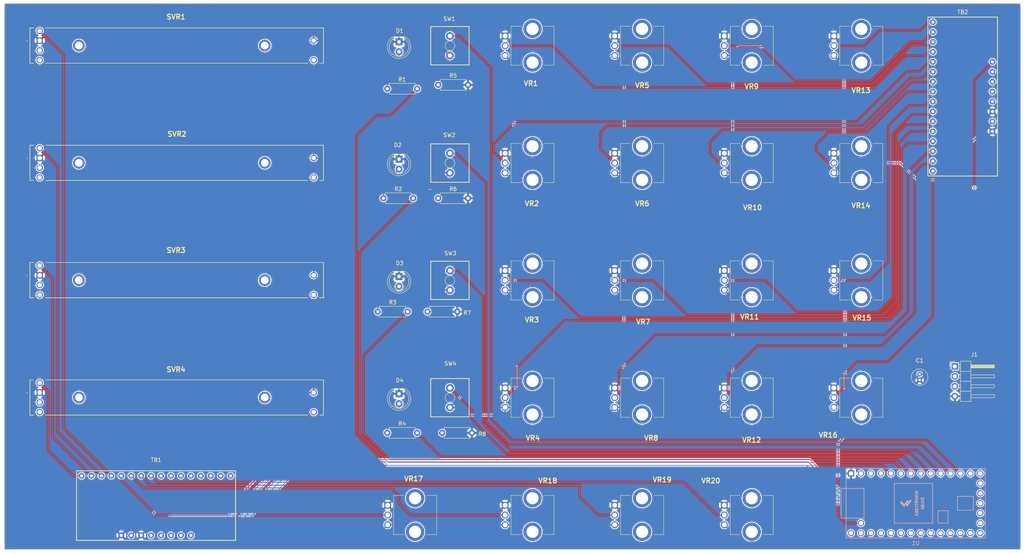
<source format=kicad_pcb>
(kicad_pcb (version 20171130) (host pcbnew "(5.1.5)-3")
  (title_block (title "Midi Controller") (date 2019-12-28) (rev V1) (comment 2 creativecommons.org/license/by/4.0/) (comment 3 "License: CC BY 4.0") (comment 4 "Author: Doug Smith"))
  (layers (0 F.Cu signal) (31 B.Cu signal hide) (34 B.Paste user) (35 F.Paste user) (36 B.SilkS user) (37 F.SilkS user) (38 B.Mask user) (39 F.Mask user) (44 Edge.Cuts user))
  (net 0 "")
  (net 1 "Net-(D1-Pad2)")
  (net 2 GND)
  (net 3 "Net-(D2-Pad2)")
  (net 4 "Net-(D3-Pad2)")
  (net 5 "Net-(D4-Pad2)")
  (net 6 /LD1)
  (net 7 /LD2)
  (net 8 /LD3)
  (net 9 /LD4)
  (net 10 /SW1)
  (net 11 /SW2)
  (net 12 /SW3)
  (net 13 /SW4)
  (net 14 "Net-(SVR1-PadMH2)")
  (net 15 "Net-(SVR1-PadMH1)")
  (net 16 "Net-(SVR1-PadL3)")
  (net 17 "Net-(SVR1-PadL2)")
  (net 18 "Net-(SVR1-PadL1)")
  (net 19 +3V3)
  (net 20 /SL1)
  (net 21 "Net-(SVR2-PadMH2)")
  (net 22 "Net-(SVR2-PadMH1)")
  (net 23 "Net-(SVR2-PadL3)")
  (net 24 "Net-(SVR2-PadL2)")
  (net 25 "Net-(SVR2-PadL1)")
  (net 26 /SL2)
  (net 27 "Net-(SVR3-PadMH2)")
  (net 28 "Net-(SVR3-PadMH1)")
  (net 29 "Net-(SVR3-PadL3)")
  (net 30 "Net-(SVR3-PadL2)")
  (net 31 "Net-(SVR3-PadL1)")
  (net 32 /SL3)
  (net 33 "Net-(SVR4-PadMH2)")
  (net 34 "Net-(SVR4-PadMH1)")
  (net 35 "Net-(SVR4-PadL3)")
  (net 36 "Net-(SVR4-PadL2)")
  (net 37 "Net-(SVR4-PadL1)")
  (net 38 /SL4)
  (net 39 "Net-(TB1-Pad24)")
  (net 40 "Net-(TB1-Pad23)")
  (net 41 "Net-(TB1-Pad22)")
  (net 42 "Net-(TB1-Pad21)")
  (net 43 "Net-(TB1-Pad20)")
  (net 44 "Net-(TB1-Pad19)")
  (net 45 "Net-(TB1-Pad18)")
  (net 46 "Net-(TB1-Pad17)")
  (net 47 /PT20)
  (net 48 /PT19)
  (net 49 /PT18)
  (net 50 /PT17)
  (net 51 "Net-(TB1-Pad8)")
  (net 52 "Net-(TB1-Pad7)")
  (net 53 "Net-(TB1-Pad6)")
  (net 54 "Net-(TB1-Pad5)")
  (net 55 "Net-(TB1-Pad4)")
  (net 56 /PT16)
  (net 57 /PT15)
  (net 58 /PT14)
  (net 59 /PT13)
  (net 60 /PT12)
  (net 61 /PT11)
  (net 62 /PT10)
  (net 63 /PT9)
  (net 64 /PT8)
  (net 65 /PT7)
  (net 66 /PT6)
  (net 67 /PT5)
  (net 68 /PT4)
  (net 69 /PT3)
  (net 70 /PT2)
  (net 71 /PT1)
  (net 72 "Net-(TB2-Pad8)")
  (net 73 "Net-(U1-Pad18)")
  (net 74 "Net-(U1-Pad19)")
  (net 75 "Net-(U1-Pad20)")
  (net 76 "Net-(U1-Pad15)")
  (net 77 "Net-(U1-Pad14)")
  (net 78 "Net-(U1-Pad27)")
  (net 79 "Net-(U1-Pad28)")
  (net 80 "Net-(U1-Pad29)")
  (net 81 "Net-(U1-Pad30)")
  (net 82 "Net-(U1-Pad32)")
  (net 83 "Net-(U1-Pad33)")
  (net 84 "Net-(U1-Pad13)")
  (net 85 "Net-(U1-Pad4)")
  (net 86 "Net-(U1-Pad3)")
  (net 87 "Net-(U1-Pad2)")
  (net 88 "Net-(VR1-PadMH2)")
  (net 89 "Net-(VR1-PadMH1)")
  (net 90 "Net-(VR2-PadMH2)")
  (net 91 "Net-(VR2-PadMH1)")
  (net 92 "Net-(VR3-PadMH2)")
  (net 93 "Net-(VR3-PadMH1)")
  (net 94 "Net-(VR4-PadMH2)")
  (net 95 "Net-(VR4-PadMH1)")
  (net 96 "Net-(VR5-PadMH2)")
  (net 97 "Net-(VR5-PadMH1)")
  (net 98 "Net-(VR6-PadMH2)")
  (net 99 "Net-(VR6-PadMH1)")
  (net 100 "Net-(VR7-PadMH2)")
  (net 101 "Net-(VR7-PadMH1)")
  (net 102 "Net-(VR8-PadMH2)")
  (net 103 "Net-(VR8-PadMH1)")
  (net 104 "Net-(VR9-PadMH2)")
  (net 105 "Net-(VR9-PadMH1)")
  (net 106 "Net-(VR10-PadMH2)")
  (net 107 "Net-(VR10-PadMH1)")
  (net 108 "Net-(VR11-PadMH2)")
  (net 109 "Net-(VR11-PadMH1)")
  (net 110 "Net-(VR12-PadMH2)")
  (net 111 "Net-(VR12-PadMH1)")
  (net 112 "Net-(VR13-PadMH2)")
  (net 113 "Net-(VR13-PadMH1)")
  (net 114 "Net-(VR14-PadMH2)")
  (net 115 "Net-(VR14-PadMH1)")
  (net 116 "Net-(VR15-PadMH2)")
  (net 117 "Net-(VR15-PadMH1)")
  (net 118 "Net-(VR16-PadMH2)")
  (net 119 "Net-(VR16-PadMH1)")
  (net 120 "Net-(VR17-PadMH2)")
  (net 121 "Net-(VR17-PadMH1)")
  (net 122 "Net-(VR18-PadMH2)")
  (net 123 "Net-(VR18-PadMH1)")
  (net 124 "Net-(VR19-PadMH2)")
  (net 125 "Net-(VR19-PadMH1)")
  (net 126 "Net-(VR20-PadMH2)")
  (net 127 "Net-(VR20-PadMH1)")
  (net 128 VUSB)
  (net 129 "Net-(J1-Pad2)")
  (net 130 "Net-(J1-Pad3)")
  (net 131 "Net-(U1-Pad17)")
  (net 132 3V3)
  (module "midi controller:BOB-Mux" (layer F.Cu) (at 265 44)
    (fp_text reference TB2 (at 0 -21.59) (layer F.SilkS))
    (fp_text value BOB-09056)
    (pad 8 thru_hole circle (at 7.62 -8.89) (size 1.524 1.524) (drill 0.762) (layers *.Cu *.Mask) (net 72 "Net-(TB2-Pad8)"))
    (pad 7 thru_hole circle (at 7.62 -6.35) (size 1.524 1.524) (drill 0.762) (layers *.Cu *.Mask) (net 52 "Net-(TB1-Pad7)"))
    (pad 6 thru_hole circle (at 7.62 -3.81) (size 1.524 1.524) (drill 0.762) (layers *.Cu *.Mask) (net 53 "Net-(TB1-Pad6)"))
    (pad 5 thru_hole circle (at 7.62 -1.27) (size 1.524 1.524) (drill 0.762) (layers *.Cu *.Mask) (net 54 "Net-(TB1-Pad5)"))
    (pad 4 thru_hole circle (at 7.62 1.27) (size 1.524 1.524) (drill 0.762) (layers *.Cu *.Mask) (net 55 "Net-(TB1-Pad4)"))
    (pad 3 thru_hole circle (at 7.62 3.81) (size 1.524 1.524) (drill 0.762) (layers *.Cu *.Mask) (net 2 GND))
    (pad 2 thru_hole circle (at 7.62 6.35) (size 1.524 1.524) (drill 0.762) (layers *.Cu *.Mask) (net 132 3V3))
    (pad 1 thru_hole circle (at 7.62 8.89) (size 1.524 1.524) (drill 0.762) (layers *.Cu *.Mask) (net 2 GND))
    (pad 24 thru_hole circle (at -7.62 -19.05) (size 1.524 1.524) (drill 0.762) (layers *.Cu *.Mask) (net 71 /PT1))
    (pad 23 thru_hole circle (at -7.62 -16.51) (size 1.524 1.524) (drill 0.762) (layers *.Cu *.Mask) (net 70 /PT2))
    (pad 22 thru_hole circle (at -7.62 -13.97) (size 1.524 1.524) (drill 0.762) (layers *.Cu *.Mask) (net 69 /PT3))
    (pad 21 thru_hole circle (at -7.62 -11.43) (size 1.524 1.524) (drill 0.762) (layers *.Cu *.Mask) (net 68 /PT4))
    (pad 20 thru_hole circle (at -7.62 -8.89) (size 1.524 1.524) (drill 0.762) (layers *.Cu *.Mask) (net 64 /PT8))
    (pad 19 thru_hole circle (at -7.62 -6.35) (size 1.524 1.524) (drill 0.762) (layers *.Cu *.Mask) (net 65 /PT7))
    (pad 18 thru_hole circle (at -7.62 -3.81) (size 1.524 1.524) (drill 0.762) (layers *.Cu *.Mask) (net 66 /PT6))
    (pad 17 thru_hole circle (at -7.62 -1.27) (size 1.524 1.524) (drill 0.762) (layers *.Cu *.Mask) (net 67 /PT5))
    (pad 16 thru_hole circle (at -7.62 1.27) (size 1.524 1.524) (drill 0.762) (layers *.Cu *.Mask) (net 63 /PT9))
    (pad 15 thru_hole circle (at -7.62 3.81) (size 1.524 1.524) (drill 0.762) (layers *.Cu *.Mask) (net 62 /PT10))
    (pad 14 thru_hole circle (at -7.62 6.35) (size 1.524 1.524) (drill 0.762) (layers *.Cu *.Mask) (net 61 /PT11))
    (pad 13 thru_hole circle (at -7.62 8.89) (size 1.524 1.524) (drill 0.762) (layers *.Cu *.Mask) (net 60 /PT12))
    (pad 12 thru_hole circle (at -7.62 11.43) (size 1.524 1.524) (drill 0.762) (layers *.Cu *.Mask) (net 56 /PT16))
    (pad 11 thru_hole circle (at -7.62 13.97) (size 1.524 1.524) (drill 0.762) (layers *.Cu *.Mask) (net 57 /PT15))
    (pad 10 thru_hole circle (at -7.62 16.51) (size 1.524 1.524) (drill 0.762) (layers *.Cu *.Mask) (net 58 /PT14))
    (pad 9 thru_hole circle (at -7.62 19.05) (size 1.524 1.524) (drill 0.762) (layers *.Cu *.Mask) (net 59 /PT13))
  )
  (module "midi controller:BOB-Mux" (layer F.Cu) (at 58.928 148.59 270)
    (fp_text reference TB1 (at -11.684 0 180) (layer F.SilkS))
    (fp_text value BOB-09056)
    (pad 8 thru_hole circle (at 7.62 -8.89 270) (size 1.524 1.524) (drill 0.762) (layers *.Cu *.Mask) (net 51 "Net-(TB1-Pad8)"))
    (pad 7 thru_hole circle (at 7.62 -6.35 270) (size 1.524 1.524) (drill 0.762) (layers *.Cu *.Mask) (net 52 "Net-(TB1-Pad7)"))
    (pad 6 thru_hole circle (at 7.62 -3.81 270) (size 1.524 1.524) (drill 0.762) (layers *.Cu *.Mask) (net 53 "Net-(TB1-Pad6)"))
    (pad 5 thru_hole circle (at 7.62 -1.27 270) (size 1.524 1.524) (drill 0.762) (layers *.Cu *.Mask) (net 54 "Net-(TB1-Pad5)"))
    (pad 4 thru_hole circle (at 7.62 1.27 270) (size 1.524 1.524) (drill 0.762) (layers *.Cu *.Mask) (net 55 "Net-(TB1-Pad4)"))
    (pad 3 thru_hole circle (at 7.62 3.81 270) (size 1.524 1.524) (drill 0.762) (layers *.Cu *.Mask) (net 2 GND))
    (pad 2 thru_hole circle (at 7.62 6.35 270) (size 1.524 1.524) (drill 0.762) (layers *.Cu *.Mask) (net 132 3V3))
    (pad 1 thru_hole circle (at 7.62 8.89 270) (size 1.524 1.524) (drill 0.762) (layers *.Cu *.Mask) (net 2 GND))
    (pad 24 thru_hole circle (at -7.62 -19.05 270) (size 1.524 1.524) (drill 0.762) (layers *.Cu *.Mask) (net 39 "Net-(TB1-Pad24)"))
    (pad 23 thru_hole circle (at -7.62 -16.51 270) (size 1.524 1.524) (drill 0.762) (layers *.Cu *.Mask) (net 40 "Net-(TB1-Pad23)"))
    (pad 22 thru_hole circle (at -7.62 -13.97 270) (size 1.524 1.524) (drill 0.762) (layers *.Cu *.Mask) (net 41 "Net-(TB1-Pad22)"))
    (pad 21 thru_hole circle (at -7.62 -11.43 270) (size 1.524 1.524) (drill 0.762) (layers *.Cu *.Mask) (net 42 "Net-(TB1-Pad21)"))
    (pad 20 thru_hole circle (at -7.62 -8.89 270) (size 1.524 1.524) (drill 0.762) (layers *.Cu *.Mask) (net 43 "Net-(TB1-Pad20)"))
    (pad 19 thru_hole circle (at -7.62 -6.35 270) (size 1.524 1.524) (drill 0.762) (layers *.Cu *.Mask) (net 44 "Net-(TB1-Pad19)"))
    (pad 18 thru_hole circle (at -7.62 -3.81 270) (size 1.524 1.524) (drill 0.762) (layers *.Cu *.Mask) (net 45 "Net-(TB1-Pad18)"))
    (pad 17 thru_hole circle (at -7.62 -1.27 270) (size 1.524 1.524) (drill 0.762) (layers *.Cu *.Mask) (net 46 "Net-(TB1-Pad17)"))
    (pad 16 thru_hole circle (at -7.62 1.27 270) (size 1.524 1.524) (drill 0.762) (layers *.Cu *.Mask) (net 47 /PT20))
    (pad 15 thru_hole circle (at -7.62 3.81 270) (size 1.524 1.524) (drill 0.762) (layers *.Cu *.Mask) (net 48 /PT19))
    (pad 14 thru_hole circle (at -7.62 6.35 270) (size 1.524 1.524) (drill 0.762) (layers *.Cu *.Mask) (net 49 /PT18))
    (pad 13 thru_hole circle (at -7.62 8.89 270) (size 1.524 1.524) (drill 0.762) (layers *.Cu *.Mask) (net 50 /PT17))
    (pad 12 thru_hole circle (at -7.62 11.43 270) (size 1.524 1.524) (drill 0.762) (layers *.Cu *.Mask) (net 20 /SL1))
    (pad 11 thru_hole circle (at -7.62 13.97 270) (size 1.524 1.524) (drill 0.762) (layers *.Cu *.Mask) (net 26 /SL2))
    (pad 10 thru_hole circle (at -7.62 16.51 270) (size 1.524 1.524) (drill 0.762) (layers *.Cu *.Mask) (net 32 /SL3))
    (pad 9 thru_hole circle (at -7.62 19.05 270) (size 1.524 1.524) (drill 0.762) (layers *.Cu *.Mask) (net 38 /SL4))
  )
  (module SamacSys_Parts:RS6011SP6003 (layer F.Cu) (at 64 121)
    (fp_text reference SVR4 (at 0.008 -7.208) (layer F.SilkS) (effects (font (size 1.27 1.27) (thickness 0.254))))
    (fp_text value RS6011SP6003 hide)
    (pad MH2 thru_hole circle (at 22.7 -0.05) (size 3 3) (drill 2) (layers *.Cu *.Mask) (net 33 "Net-(SVR4-PadMH2)"))
    (pad MH1 thru_hole circle (at -24.8 -0.05) (size 3 3) (drill 2) (layers *.Cu *.Mask) (net 34 "Net-(SVR4-PadMH1)"))
    (pad L3 thru_hole circle (at 35.2 3.7) (size 1.65 1.65) (drill 1.1) (layers *.Cu *.Mask) (net 35 "Net-(SVR4-PadL3)"))
    (pad L2 thru_hole circle (at -34.8 1.2) (size 1.65 1.65) (drill 1.1) (layers *.Cu *.Mask) (net 36 "Net-(SVR4-PadL2)"))
    (pad L1 thru_hole circle (at -34.8 3.7) (size 1.65 1.65) (drill 1.1) (layers *.Cu *.Mask) (net 37 "Net-(SVR4-PadL1)"))
    (pad 3 thru_hole circle (at 35.2 -1.3) (size 1.65 1.65) (drill 1.1) (layers *.Cu *.Mask) (net 132 3V3))
    (pad 2 thru_hole circle (at -34.8 -3.8) (size 1.65 1.65) (drill 1.1) (layers *.Cu *.Mask) (net 38 /SL4))
    (pad 1 thru_hole circle (at -34.8 -1.3) (size 1.65 1.65) (drill 1.1) (layers *.Cu *.Mask) (net 2 GND))
  )
  (module SamacSys_Parts:RS6011SP6003 (layer F.Cu) (at 64 91)
    (fp_text reference SVR3 (at 0.008 -7.688) (layer F.SilkS) (effects (font (size 1.27 1.27) (thickness 0.254))))
    (fp_text value RS6011SP6003 hide)
    (pad MH2 thru_hole circle (at 22.7 -0.05) (size 3 3) (drill 2) (layers *.Cu *.Mask) (net 27 "Net-(SVR3-PadMH2)"))
    (pad MH1 thru_hole circle (at -24.8 -0.05) (size 3 3) (drill 2) (layers *.Cu *.Mask) (net 28 "Net-(SVR3-PadMH1)"))
    (pad L3 thru_hole circle (at 35.2 3.7) (size 1.65 1.65) (drill 1.1) (layers *.Cu *.Mask) (net 29 "Net-(SVR3-PadL3)"))
    (pad L2 thru_hole circle (at -34.8 1.2) (size 1.65 1.65) (drill 1.1) (layers *.Cu *.Mask) (net 30 "Net-(SVR3-PadL2)"))
    (pad L1 thru_hole circle (at -34.8 3.7) (size 1.65 1.65) (drill 1.1) (layers *.Cu *.Mask) (net 31 "Net-(SVR3-PadL1)"))
    (pad 3 thru_hole circle (at 35.2 -1.3) (size 1.65 1.65) (drill 1.1) (layers *.Cu *.Mask) (net 132 3V3))
    (pad 2 thru_hole circle (at -34.8 -3.8) (size 1.65 1.65) (drill 1.1) (layers *.Cu *.Mask) (net 32 /SL3))
    (pad 1 thru_hole circle (at -34.8 -1.3) (size 1.65 1.65) (drill 1.1) (layers *.Cu *.Mask) (net 2 GND))
  )
  (module SamacSys_Parts:RS6011SP6003 (layer F.Cu) (at 64 61)
    (fp_text reference SVR2 (at 0.262 -7.406) (layer F.SilkS) (effects (font (size 1.27 1.27) (thickness 0.254))))
    (fp_text value RS6011SP6003 hide)
    (pad MH2 thru_hole circle (at 22.7 -0.05) (size 3 3) (drill 2) (layers *.Cu *.Mask) (net 21 "Net-(SVR2-PadMH2)"))
    (pad MH1 thru_hole circle (at -24.8 -0.05) (size 3 3) (drill 2) (layers *.Cu *.Mask) (net 22 "Net-(SVR2-PadMH1)"))
    (pad L3 thru_hole circle (at 35.2 3.7) (size 1.65 1.65) (drill 1.1) (layers *.Cu *.Mask) (net 23 "Net-(SVR2-PadL3)"))
    (pad L2 thru_hole circle (at -34.8 1.2) (size 1.65 1.65) (drill 1.1) (layers *.Cu *.Mask) (net 24 "Net-(SVR2-PadL2)"))
    (pad L1 thru_hole circle (at -34.8 3.7) (size 1.65 1.65) (drill 1.1) (layers *.Cu *.Mask) (net 25 "Net-(SVR2-PadL1)"))
    (pad 3 thru_hole circle (at 35.2 -1.3) (size 1.65 1.65) (drill 1.1) (layers *.Cu *.Mask) (net 132 3V3))
    (pad 2 thru_hole circle (at -34.8 -3.8) (size 1.65 1.65) (drill 1.1) (layers *.Cu *.Mask) (net 26 /SL2))
    (pad 1 thru_hole circle (at -34.8 -1.3) (size 1.65 1.65) (drill 1.1) (layers *.Cu *.Mask) (net 2 GND))
  )
  (module SamacSys_Parts:RS6011SP6003 (layer F.Cu) (at 64 31)
    (fp_text reference SVR1 (at 0.008 -7.378) (layer F.SilkS) (effects (font (size 1.27 1.27) (thickness 0.254))))
    (fp_text value RS6011SP6003 hide)
    (pad MH2 thru_hole circle (at 22.7 -0.05) (size 3 3) (drill 2) (layers *.Cu *.Mask) (net 14 "Net-(SVR1-PadMH2)"))
    (pad MH1 thru_hole circle (at -24.8 -0.05) (size 3 3) (drill 2) (layers *.Cu *.Mask) (net 15 "Net-(SVR1-PadMH1)"))
    (pad L3 thru_hole circle (at 35.2 3.7) (size 1.65 1.65) (drill 1.1) (layers *.Cu *.Mask) (net 16 "Net-(SVR1-PadL3)"))
    (pad L2 thru_hole circle (at -34.8 1.2) (size 1.65 1.65) (drill 1.1) (layers *.Cu *.Mask) (net 17 "Net-(SVR1-PadL2)"))
    (pad L1 thru_hole circle (at -34.8 3.7) (size 1.65 1.65) (drill 1.1) (layers *.Cu *.Mask) (net 18 "Net-(SVR1-PadL1)"))
    (pad 3 thru_hole circle (at 35.2 -1.3) (size 1.65 1.65) (drill 1.1) (layers *.Cu *.Mask) (net 132 3V3))
    (pad 2 thru_hole circle (at -34.8 -3.8) (size 1.65 1.65) (drill 1.1) (layers *.Cu *.Mask) (net 20 /SL1))
    (pad 1 thru_hole circle (at -34.8 -1.3) (size 1.65 1.65) (drill 1.1) (layers *.Cu *.Mask) (net 2 GND))
  )
  (module SamacSys_Parts:PTV09A4015FB103 (layer F.Cu) (at 211 151 270)
    (fp_text reference VR20 (at -8.76 10.34 180) (layer F.SilkS) (effects (font (size 1.27 1.27) (thickness 0.254))))
    (fp_text value PTV09A-4025F-B103 hide)
    (pad MH2 thru_hole circle (at 4.3 -0.1 270) (size 4.686 4.686) (drill 3.1241) (layers *.Cu *.Mask) (net 126 "Net-(VR20-PadMH2)"))
    (pad MH1 thru_hole circle (at -4.3 -0.1 270) (size 4.686 4.686) (drill 3.1241) (layers *.Cu *.Mask) (net 127 "Net-(VR20-PadMH1)"))
    (pad 3 thru_hole circle (at 2.5 6.9 270) (size 1.8 1.8) (drill 1.2) (layers *.Cu *.Mask) (net 132 3V3))
    (pad 2 thru_hole circle (at 0 6.9 270) (size 1.8 1.8) (drill 1.2) (layers *.Cu *.Mask) (net 47 /PT20))
    (pad 1 thru_hole circle (at -2.5 6.9 270) (size 1.8 1.8) (drill 1.2) (layers *.Cu *.Mask) (net 2 GND))
  )
  (module SamacSys_Parts:PTV09A4015FB103 (layer F.Cu) (at 183 151 270)
    (fp_text reference VR19 (at -9.014 -5.214 180) (layer F.SilkS) (effects (font (size 1.27 1.27) (thickness 0.254))))
    (fp_text value PTV09A-4025F-B103 hide)
    (pad MH2 thru_hole circle (at 4.3 -0.1 270) (size 4.686 4.686) (drill 3.1241) (layers *.Cu *.Mask) (net 124 "Net-(VR19-PadMH2)"))
    (pad MH1 thru_hole circle (at -4.3 -0.1 270) (size 4.686 4.686) (drill 3.1241) (layers *.Cu *.Mask) (net 125 "Net-(VR19-PadMH1)"))
    (pad 3 thru_hole circle (at 2.5 6.9 270) (size 1.8 1.8) (drill 1.2) (layers *.Cu *.Mask) (net 132 3V3))
    (pad 2 thru_hole circle (at 0 6.9 270) (size 1.8 1.8) (drill 1.2) (layers *.Cu *.Mask) (net 48 /PT19))
    (pad 1 thru_hole circle (at -2.5 6.9 270) (size 1.8 1.8) (drill 1.2) (layers *.Cu *.Mask) (net 2 GND))
  )
  (module SamacSys_Parts:PTV09A4015FB103 (layer F.Cu) (at 155 151 270)
    (fp_text reference VR18 (at -8.76 -4.004 180) (layer F.SilkS) (effects (font (size 1.27 1.27) (thickness 0.254))))
    (fp_text value PTV09A-4025F-B103 hide)
    (pad MH2 thru_hole circle (at 4.3 -0.1 270) (size 4.686 4.686) (drill 3.1241) (layers *.Cu *.Mask) (net 122 "Net-(VR18-PadMH2)"))
    (pad MH1 thru_hole circle (at -4.3 -0.1 270) (size 4.686 4.686) (drill 3.1241) (layers *.Cu *.Mask) (net 123 "Net-(VR18-PadMH1)"))
    (pad 3 thru_hole circle (at 2.5 6.9 270) (size 1.8 1.8) (drill 1.2) (layers *.Cu *.Mask) (net 132 3V3))
    (pad 2 thru_hole circle (at 0 6.9 270) (size 1.8 1.8) (drill 1.2) (layers *.Cu *.Mask) (net 49 /PT18))
    (pad 1 thru_hole circle (at -2.5 6.9 270) (size 1.8 1.8) (drill 1.2) (layers *.Cu *.Mask) (net 2 GND))
  )
  (module SamacSys_Parts:PTV09A4015FB103 (layer F.Cu) (at 125 151 270)
    (fp_text reference VR17 (at -9.268 0.286 180) (layer F.SilkS) (effects (font (size 1.27 1.27) (thickness 0.254))))
    (fp_text value PTV09A-4025F-B103 hide)
    (pad MH2 thru_hole circle (at 4.3 -0.1 270) (size 4.686 4.686) (drill 3.1241) (layers *.Cu *.Mask) (net 120 "Net-(VR17-PadMH2)"))
    (pad MH1 thru_hole circle (at -4.3 -0.1 270) (size 4.686 4.686) (drill 3.1241) (layers *.Cu *.Mask) (net 121 "Net-(VR17-PadMH1)"))
    (pad 3 thru_hole circle (at 2.5 6.9 270) (size 1.8 1.8) (drill 1.2) (layers *.Cu *.Mask) (net 132 3V3))
    (pad 2 thru_hole circle (at 0 6.9 270) (size 1.8 1.8) (drill 1.2) (layers *.Cu *.Mask) (net 50 /PT17))
    (pad 1 thru_hole circle (at -2.5 6.9 270) (size 1.8 1.8) (drill 1.2) (layers *.Cu *.Mask) (net 2 GND))
  )
  (module SamacSys_Parts:PTV09A4015FB103 (layer F.Cu) (at 239 121 270)
    (fp_text reference VR16 (at 9.556 8.368 180) (layer F.SilkS) (effects (font (size 1.27 1.27) (thickness 0.254))))
    (fp_text value PTV09A-4025F-B103 hide)
    (pad MH2 thru_hole circle (at 4.3 -0.1 270) (size 4.686 4.686) (drill 3.1241) (layers *.Cu *.Mask) (net 118 "Net-(VR16-PadMH2)"))
    (pad MH1 thru_hole circle (at -4.3 -0.1 270) (size 4.686 4.686) (drill 3.1241) (layers *.Cu *.Mask) (net 119 "Net-(VR16-PadMH1)"))
    (pad 3 thru_hole circle (at 2.5 6.9 270) (size 1.8 1.8) (drill 1.2) (layers *.Cu *.Mask) (net 132 3V3))
    (pad 2 thru_hole circle (at 0 6.9 270) (size 1.8 1.8) (drill 1.2) (layers *.Cu *.Mask) (net 59 /PT13))
    (pad 1 thru_hole circle (at -2.5 6.9 270) (size 1.8 1.8) (drill 1.2) (layers *.Cu *.Mask) (net 2 GND))
  )
  (module SamacSys_Parts:PTV09A4015FB103 (layer F.Cu) (at 239 91 270)
    (fp_text reference VR15 (at 9.584 -0.268 180) (layer F.SilkS) (effects (font (size 1.27 1.27) (thickness 0.254))))
    (fp_text value PTV09A-4025F-B103 hide)
    (pad MH2 thru_hole circle (at 4.3 -0.1 270) (size 4.686 4.686) (drill 3.1241) (layers *.Cu *.Mask) (net 116 "Net-(VR15-PadMH2)"))
    (pad MH1 thru_hole circle (at -4.3 -0.1 270) (size 4.686 4.686) (drill 3.1241) (layers *.Cu *.Mask) (net 117 "Net-(VR15-PadMH1)"))
    (pad 3 thru_hole circle (at 2.5 6.9 270) (size 1.8 1.8) (drill 1.2) (layers *.Cu *.Mask) (net 132 3V3))
    (pad 2 thru_hole circle (at 0 6.9 270) (size 1.8 1.8) (drill 1.2) (layers *.Cu *.Mask) (net 63 /PT9))
    (pad 1 thru_hole circle (at -2.5 6.9 270) (size 1.8 1.8) (drill 1.2) (layers *.Cu *.Mask) (net 2 GND))
  )
  (module SamacSys_Parts:PTV09A4015FB103 (layer F.Cu) (at 239 61 270)
    (fp_text reference VR14 (at 10.882 -0.014 180) (layer F.SilkS) (effects (font (size 1.27 1.27) (thickness 0.254))))
    (fp_text value PTV09A-4025F-B103 hide)
    (pad MH2 thru_hole circle (at 4.3 -0.1 270) (size 4.686 4.686) (drill 3.1241) (layers *.Cu *.Mask) (net 114 "Net-(VR14-PadMH2)"))
    (pad MH1 thru_hole circle (at -4.3 -0.1 270) (size 4.686 4.686) (drill 3.1241) (layers *.Cu *.Mask) (net 115 "Net-(VR14-PadMH1)"))
    (pad 3 thru_hole circle (at 2.5 6.9 270) (size 1.8 1.8) (drill 1.2) (layers *.Cu *.Mask) (net 132 3V3))
    (pad 2 thru_hole circle (at 0 6.9 270) (size 1.8 1.8) (drill 1.2) (layers *.Cu *.Mask) (net 67 /PT5))
    (pad 1 thru_hole circle (at -2.5 6.9 270) (size 1.8 1.8) (drill 1.2) (layers *.Cu *.Mask) (net 2 GND))
  )
  (module SamacSys_Parts:PTV09A4015FB103 (layer F.Cu) (at 239 31 270)
    (fp_text reference VR13 (at 11.418 -0.014 180) (layer F.SilkS) (effects (font (size 1.27 1.27) (thickness 0.254))))
    (fp_text value PTV09A-4025F-B103 hide)
    (pad MH2 thru_hole circle (at 4.3 -0.1 270) (size 4.686 4.686) (drill 3.1241) (layers *.Cu *.Mask) (net 112 "Net-(VR13-PadMH2)"))
    (pad MH1 thru_hole circle (at -4.3 -0.1 270) (size 4.686 4.686) (drill 3.1241) (layers *.Cu *.Mask) (net 113 "Net-(VR13-PadMH1)"))
    (pad 3 thru_hole circle (at 2.5 6.9 270) (size 1.8 1.8) (drill 1.2) (layers *.Cu *.Mask) (net 132 3V3))
    (pad 2 thru_hole circle (at 0 6.9 270) (size 1.8 1.8) (drill 1.2) (layers *.Cu *.Mask) (net 71 /PT1))
    (pad 1 thru_hole circle (at -2.5 6.9 270) (size 1.8 1.8) (drill 1.2) (layers *.Cu *.Mask) (net 2 GND))
  )
  (module SamacSys_Parts:PTV09A4015FB103 (layer F.Cu) (at 211 121 270)
    (fp_text reference VR12 (at 10.826 -0.074 180) (layer F.SilkS) (effects (font (size 1.27 1.27) (thickness 0.254))))
    (fp_text value PTV09A-4025F-B103 hide)
    (pad MH2 thru_hole circle (at 4.3 -0.1 270) (size 4.686 4.686) (drill 3.1241) (layers *.Cu *.Mask) (net 110 "Net-(VR12-PadMH2)"))
    (pad MH1 thru_hole circle (at -4.3 -0.1 270) (size 4.686 4.686) (drill 3.1241) (layers *.Cu *.Mask) (net 111 "Net-(VR12-PadMH1)"))
    (pad 3 thru_hole circle (at 2.5 6.9 270) (size 1.8 1.8) (drill 1.2) (layers *.Cu *.Mask) (net 132 3V3))
    (pad 2 thru_hole circle (at 0 6.9 270) (size 1.8 1.8) (drill 1.2) (layers *.Cu *.Mask) (net 58 /PT14))
    (pad 1 thru_hole circle (at -2.5 6.9 270) (size 1.8 1.8) (drill 1.2) (layers *.Cu *.Mask) (net 2 GND))
  )
  (module SamacSys_Parts:PTV09A4015FB103 (layer F.Cu) (at 211 91 270)
    (fp_text reference VR11 (at 9.33 0.434 180) (layer F.SilkS) (effects (font (size 1.27 1.27) (thickness 0.254))))
    (fp_text value PTV09A-4025F-B103 hide)
    (pad MH2 thru_hole circle (at 4.3 -0.1 270) (size 4.686 4.686) (drill 3.1241) (layers *.Cu *.Mask) (net 108 "Net-(VR11-PadMH2)"))
    (pad MH1 thru_hole circle (at -4.3 -0.1 270) (size 4.686 4.686) (drill 3.1241) (layers *.Cu *.Mask) (net 109 "Net-(VR11-PadMH1)"))
    (pad 3 thru_hole circle (at 2.5 6.9 270) (size 1.8 1.8) (drill 1.2) (layers *.Cu *.Mask) (net 132 3V3))
    (pad 2 thru_hole circle (at 0 6.9 270) (size 1.8 1.8) (drill 1.2) (layers *.Cu *.Mask) (net 62 /PT10))
    (pad 1 thru_hole circle (at -2.5 6.9 270) (size 1.8 1.8) (drill 1.2) (layers *.Cu *.Mask) (net 2 GND))
  )
  (module SamacSys_Parts:PTV09A4015FB103 (layer F.Cu) (at 211 61 270)
    (fp_text reference VR10 (at 11.39 -0.328 180) (layer F.SilkS) (effects (font (size 1.27 1.27) (thickness 0.254))))
    (fp_text value PTV09A-4025F-B103 hide)
    (pad MH2 thru_hole circle (at 4.3 -0.1 270) (size 4.686 4.686) (drill 3.1241) (layers *.Cu *.Mask) (net 106 "Net-(VR10-PadMH2)"))
    (pad MH1 thru_hole circle (at -4.3 -0.1 270) (size 4.686 4.686) (drill 3.1241) (layers *.Cu *.Mask) (net 107 "Net-(VR10-PadMH1)"))
    (pad 3 thru_hole circle (at 2.5 6.9 270) (size 1.8 1.8) (drill 1.2) (layers *.Cu *.Mask) (net 132 3V3))
    (pad 2 thru_hole circle (at 0 6.9 270) (size 1.8 1.8) (drill 1.2) (layers *.Cu *.Mask) (net 66 /PT6))
    (pad 1 thru_hole circle (at -2.5 6.9 270) (size 1.8 1.8) (drill 1.2) (layers *.Cu *.Mask) (net 2 GND))
  )
  (module SamacSys_Parts:PTV09A4015FB103 (layer F.Cu) (at 211 31 270)
    (fp_text reference VR9 (at 10.402 -0.074 180) (layer F.SilkS) (effects (font (size 1.27 1.27) (thickness 0.254))))
    (fp_text value PTV09A-4025F-B103 hide)
    (pad MH2 thru_hole circle (at 4.3 -0.1 270) (size 4.686 4.686) (drill 3.1241) (layers *.Cu *.Mask) (net 104 "Net-(VR9-PadMH2)"))
    (pad MH1 thru_hole circle (at -4.3 -0.1 270) (size 4.686 4.686) (drill 3.1241) (layers *.Cu *.Mask) (net 105 "Net-(VR9-PadMH1)"))
    (pad 3 thru_hole circle (at 2.5 6.9 270) (size 1.8 1.8) (drill 1.2) (layers *.Cu *.Mask) (net 132 3V3))
    (pad 2 thru_hole circle (at 0 6.9 270) (size 1.8 1.8) (drill 1.2) (layers *.Cu *.Mask) (net 70 /PT2))
    (pad 1 thru_hole circle (at -2.5 6.9 270) (size 1.8 1.8) (drill 1.2) (layers *.Cu *.Mask) (net 2 GND))
  )
  (module SamacSys_Parts:PTV09A4015FB103 (layer F.Cu) (at 183 121 270)
    (fp_text reference VR8 (at 10.318 -2.42 180) (layer F.SilkS) (effects (font (size 1.27 1.27) (thickness 0.254))))
    (fp_text value PTV09A-4025F-B103 hide)
    (pad MH2 thru_hole circle (at 4.3 -0.1 270) (size 4.686 4.686) (drill 3.1241) (layers *.Cu *.Mask) (net 102 "Net-(VR8-PadMH2)"))
    (pad MH1 thru_hole circle (at -4.3 -0.1 270) (size 4.686 4.686) (drill 3.1241) (layers *.Cu *.Mask) (net 103 "Net-(VR8-PadMH1)"))
    (pad 3 thru_hole circle (at 2.5 6.9 270) (size 1.8 1.8) (drill 1.2) (layers *.Cu *.Mask) (net 132 3V3))
    (pad 2 thru_hole circle (at 0 6.9 270) (size 1.8 1.8) (drill 1.2) (layers *.Cu *.Mask) (net 57 /PT15))
    (pad 1 thru_hole circle (at -2.5 6.9 270) (size 1.8 1.8) (drill 1.2) (layers *.Cu *.Mask) (net 2 GND))
  )
  (module SamacSys_Parts:PTV09A4015FB103 (layer F.Cu) (at 183 91 270)
    (fp_text reference VR7 (at 10.6 -0.388 180) (layer F.SilkS) (effects (font (size 1.27 1.27) (thickness 0.254))))
    (fp_text value PTV09A-4025F-B103 hide)
    (pad MH2 thru_hole circle (at 4.3 -0.1 270) (size 4.686 4.686) (drill 3.1241) (layers *.Cu *.Mask) (net 100 "Net-(VR7-PadMH2)"))
    (pad MH1 thru_hole circle (at -4.3 -0.1 270) (size 4.686 4.686) (drill 3.1241) (layers *.Cu *.Mask) (net 101 "Net-(VR7-PadMH1)"))
    (pad 3 thru_hole circle (at 2.5 6.9 270) (size 1.8 1.8) (drill 1.2) (layers *.Cu *.Mask) (net 132 3V3))
    (pad 2 thru_hole circle (at 0 6.9 270) (size 1.8 1.8) (drill 1.2) (layers *.Cu *.Mask) (net 61 /PT11))
    (pad 1 thru_hole circle (at -2.5 6.9 270) (size 1.8 1.8) (drill 1.2) (layers *.Cu *.Mask) (net 2 GND))
  )
  (module SamacSys_Parts:PTV09A4015FB103 (layer F.Cu) (at 183 61 270)
    (fp_text reference VR6 (at 10.374 -0.134 180) (layer F.SilkS) (effects (font (size 1.27 1.27) (thickness 0.254))))
    (fp_text value PTV09A-4025F-B103 hide)
    (pad MH2 thru_hole circle (at 4.3 -0.1 270) (size 4.686 4.686) (drill 3.1241) (layers *.Cu *.Mask) (net 98 "Net-(VR6-PadMH2)"))
    (pad MH1 thru_hole circle (at -4.3 -0.1 270) (size 4.686 4.686) (drill 3.1241) (layers *.Cu *.Mask) (net 99 "Net-(VR6-PadMH1)"))
    (pad 3 thru_hole circle (at 2.5 6.9 270) (size 1.8 1.8) (drill 1.2) (layers *.Cu *.Mask) (net 132 3V3))
    (pad 2 thru_hole circle (at 0 6.9 270) (size 1.8 1.8) (drill 1.2) (layers *.Cu *.Mask) (net 65 /PT7))
    (pad 1 thru_hole circle (at -2.5 6.9 270) (size 1.8 1.8) (drill 1.2) (layers *.Cu *.Mask) (net 2 GND))
  )
  (module SamacSys_Parts:PTV09A4015FB103 (layer F.Cu) (at 183 31 270)
    (fp_text reference VR5 (at 10.148 -0.134 180) (layer F.SilkS) (effects (font (size 1.27 1.27) (thickness 0.254))))
    (fp_text value PTV09A-4025F-B103 hide)
    (pad MH2 thru_hole circle (at 4.3 -0.1 270) (size 4.686 4.686) (drill 3.1241) (layers *.Cu *.Mask) (net 96 "Net-(VR5-PadMH2)"))
    (pad MH1 thru_hole circle (at -4.3 -0.1 270) (size 4.686 4.686) (drill 3.1241) (layers *.Cu *.Mask) (net 97 "Net-(VR5-PadMH1)"))
    (pad 3 thru_hole circle (at 2.5 6.9 270) (size 1.8 1.8) (drill 1.2) (layers *.Cu *.Mask) (net 132 3V3))
    (pad 2 thru_hole circle (at 0 6.9 270) (size 1.8 1.8) (drill 1.2) (layers *.Cu *.Mask) (net 69 /PT3))
    (pad 1 thru_hole circle (at -2.5 6.9 270) (size 1.8 1.8) (drill 1.2) (layers *.Cu *.Mask) (net 2 GND))
  )
  (module SamacSys_Parts:PTV09A4015FB103 (layer F.Cu) (at 155 121 270)
    (fp_text reference VR4 (at 10.318 -0.194 180) (layer F.SilkS) (effects (font (size 1.27 1.27) (thickness 0.254))))
    (fp_text value PTV09A-4025F-B103 hide)
    (pad MH2 thru_hole circle (at 4.3 -0.1 270) (size 4.686 4.686) (drill 3.1241) (layers *.Cu *.Mask) (net 94 "Net-(VR4-PadMH2)"))
    (pad MH1 thru_hole circle (at -4.3 -0.1 270) (size 4.686 4.686) (drill 3.1241) (layers *.Cu *.Mask) (net 95 "Net-(VR4-PadMH1)"))
    (pad 3 thru_hole circle (at 2.5 6.9 270) (size 1.8 1.8) (drill 1.2) (layers *.Cu *.Mask) (net 132 3V3))
    (pad 2 thru_hole circle (at 0 6.9 270) (size 1.8 1.8) (drill 1.2) (layers *.Cu *.Mask) (net 56 /PT16))
    (pad 1 thru_hole circle (at -2.5 6.9 270) (size 1.8 1.8) (drill 1.2) (layers *.Cu *.Mask) (net 2 GND))
  )
  (module SamacSys_Parts:PTV09A4015FB103 (layer F.Cu) (at 155 91 270)
    (fp_text reference VR3 (at 10.092 0.06 180) (layer F.SilkS) (effects (font (size 1.27 1.27) (thickness 0.254))))
    (fp_text value PTV09A-4025F-B103 hide)
    (pad MH2 thru_hole circle (at 4.3 -0.1 270) (size 4.686 4.686) (drill 3.1241) (layers *.Cu *.Mask) (net 92 "Net-(VR3-PadMH2)"))
    (pad MH1 thru_hole circle (at -4.3 -0.1 270) (size 4.686 4.686) (drill 3.1241) (layers *.Cu *.Mask) (net 93 "Net-(VR3-PadMH1)"))
    (pad 3 thru_hole circle (at 2.5 6.9 270) (size 1.8 1.8) (drill 1.2) (layers *.Cu *.Mask) (net 132 3V3))
    (pad 2 thru_hole circle (at 0 6.9 270) (size 1.8 1.8) (drill 1.2) (layers *.Cu *.Mask) (net 60 /PT12))
    (pad 1 thru_hole circle (at -2.5 6.9 270) (size 1.8 1.8) (drill 1.2) (layers *.Cu *.Mask) (net 2 GND))
  )
  (module SamacSys_Parts:PTV09A4015FB103 (layer F.Cu) (at 155 61 270)
    (fp_text reference VR2 (at 10.374 0.06 180) (layer F.SilkS) (effects (font (size 1.27 1.27) (thickness 0.254))))
    (fp_text value PTV09A-4025F-B103 hide)
    (pad MH2 thru_hole circle (at 4.3 -0.1 270) (size 4.686 4.686) (drill 3.1241) (layers *.Cu *.Mask) (net 90 "Net-(VR2-PadMH2)"))
    (pad MH1 thru_hole circle (at -4.3 -0.1 270) (size 4.686 4.686) (drill 3.1241) (layers *.Cu *.Mask) (net 91 "Net-(VR2-PadMH1)"))
    (pad 3 thru_hole circle (at 2.5 6.9 270) (size 1.8 1.8) (drill 1.2) (layers *.Cu *.Mask) (net 132 3V3))
    (pad 2 thru_hole circle (at 0 6.9 270) (size 1.8 1.8) (drill 1.2) (layers *.Cu *.Mask) (net 64 /PT8))
    (pad 1 thru_hole circle (at -2.5 6.9 270) (size 1.8 1.8) (drill 1.2) (layers *.Cu *.Mask) (net 2 GND))
  )
  (module SamacSys_Parts:PTV09A4015FB103 (layer F.Cu) (at 155 31 270)
    (fp_text reference VR1 (at 9.64 0.314 180) (layer F.SilkS) (effects (font (size 1.27 1.27) (thickness 0.254))))
    (fp_text value PTV09A-4025F-B103 hide)
    (pad MH2 thru_hole circle (at 4.3 -0.1 270) (size 4.686 4.686) (drill 3.1241) (layers *.Cu *.Mask) (net 88 "Net-(VR1-PadMH2)"))
    (pad MH1 thru_hole circle (at -4.3 -0.1 270) (size 4.686 4.686) (drill 3.1241) (layers *.Cu *.Mask) (net 89 "Net-(VR1-PadMH1)"))
    (pad 3 thru_hole circle (at 2.5 6.9 270) (size 1.8 1.8) (drill 1.2) (layers *.Cu *.Mask) (net 132 3V3))
    (pad 2 thru_hole circle (at 0 6.9 270) (size 1.8 1.8) (drill 1.2) (layers *.Cu *.Mask) (net 68 /PT4))
    (pad 1 thru_hole circle (at -2.5 6.9 270) (size 1.8 1.8) (drill 1.2) (layers *.Cu *.Mask) (net 2 GND))
  )
  (module "midi controller:1543-650-149" (layer F.Cu) (at 134 121 270)
    (fp_text reference SW4 (at -8.732 -0.112 180) (layer F.SilkS))
    (fp_text value SW_Push)
    (pad 2 thru_hole circle (at 2.5 0 270) (size 2 2) (drill 1.1) (layers *.Cu *.Mask) (net 132 3V3))
    (pad 1 thru_hole circle (at -2.5 0 270) (size 2 2) (drill 1.1) (layers *.Cu *.Mask) (net 10 /SW1))
  )
  (module "midi controller:1543-650-149" (layer F.Cu) (at 134 91 270)
    (fp_text reference SW3 (at -6.926 -0.112 180) (layer F.SilkS))
    (fp_text value SW_Push)
    (pad 2 thru_hole circle (at 2.5 0 270) (size 2 2) (drill 1.1) (layers *.Cu *.Mask) (net 132 3V3))
    (pad 1 thru_hole circle (at -2.5 0 270) (size 2 2) (drill 1.1) (layers *.Cu *.Mask) (net 11 /SW2))
  )
  (module "midi controller:1543-650-149" (layer F.Cu) (at 134 61 270)
    (fp_text reference SW2 (at -7.152 0.142 180) (layer F.SilkS))
    (fp_text value SW_Push)
    (pad 2 thru_hole circle (at 2.5 0 270) (size 2 2) (drill 1.1) (layers *.Cu *.Mask) (net 132 3V3))
    (pad 1 thru_hole circle (at -2.5 0 270) (size 2 2) (drill 1.1) (layers *.Cu *.Mask) (net 12 /SW3))
  )
  (module "midi controller:1543-650-149" (layer F.Cu) (at 134 31 270)
    (fp_text reference SW1 (at -6.87 0.142 180) (layer F.SilkS))
    (fp_text value SW_Push)
    (pad 2 thru_hole circle (at 2.5 0 270) (size 2 2) (drill 1.1) (layers *.Cu *.Mask) (net 132 3V3))
    (pad 1 thru_hole circle (at -2.5 0 270) (size 2 2) (drill 1.1) (layers *.Cu *.Mask) (net 13 /SW4))
  )
  (module Resistor_THT:R_Axial_DIN0207_L6.3mm_D2.5mm_P7.62mm_Horizontal (layer F.Cu) (at 132 130)
    (fp_text reference R8 (at 10.24 0.302) (layer F.SilkS))
    (fp_text value 10k)
    (pad 2 thru_hole oval (at 7.62 0) (size 1.6 1.6) (drill 0.8) (layers *.Cu *.Mask) (net 2 GND))
    (pad 1 thru_hole circle (at 0 0) (size 1.6 1.6) (drill 0.8) (layers *.Cu *.Mask) (net 10 /SW1))
  )
  (module Resistor_THT:R_Axial_DIN0207_L6.3mm_D2.5mm_P7.62mm_Horizontal (layer F.Cu) (at 128.27 99)
    (fp_text reference R7 (at 10.16 0.314) (layer F.SilkS))
    (fp_text value 10k)
    (pad 2 thru_hole oval (at 7.62 0) (size 1.6 1.6) (drill 0.8) (layers *.Cu *.Mask) (net 2 GND))
    (pad 1 thru_hole circle (at 0 0) (size 1.6 1.6) (drill 0.8) (layers *.Cu *.Mask) (net 11 /SW2))
  )
  (module Resistor_THT:R_Axial_DIN0207_L6.3mm_D2.5mm_P7.62mm_Horizontal (layer F.Cu) (at 131 70)
    (fp_text reference R6 (at 3.81 -2.37) (layer F.SilkS))
    (fp_text value 10k)
    (pad 2 thru_hole oval (at 7.62 0) (size 1.6 1.6) (drill 0.8) (layers *.Cu *.Mask) (net 2 GND))
    (pad 1 thru_hole circle (at 0 0) (size 1.6 1.6) (drill 0.8) (layers *.Cu *.Mask) (net 12 /SW3))
  )
  (module Resistor_THT:R_Axial_DIN0207_L6.3mm_D2.5mm_P7.62mm_Horizontal (layer F.Cu) (at 131 41)
    (fp_text reference R5 (at 3.81 -2.37) (layer F.SilkS))
    (fp_text value 10k)
    (pad 2 thru_hole oval (at 7.62 0) (size 1.6 1.6) (drill 0.8) (layers *.Cu *.Mask) (net 2 GND))
    (pad 1 thru_hole circle (at 0 0) (size 1.6 1.6) (drill 0.8) (layers *.Cu *.Mask) (net 13 /SW4))
  )
  (module Resistor_THT:R_Axial_DIN0207_L6.3mm_D2.5mm_P7.62mm_Horizontal (layer F.Cu) (at 118 130)
    (fp_text reference R4 (at 3.81 -2.37) (layer F.SilkS))
    (fp_text value 130)
    (pad 2 thru_hole oval (at 7.62 0) (size 1.6 1.6) (drill 0.8) (layers *.Cu *.Mask) (net 6 /LD1))
    (pad 1 thru_hole circle (at 0 0) (size 1.6 1.6) (drill 0.8) (layers *.Cu *.Mask) (net 5 "Net-(D4-Pad2)"))
  )
  (module Resistor_THT:R_Axial_DIN0207_L6.3mm_D2.5mm_P7.62mm_Horizontal (layer F.Cu) (at 115.57 99)
    (fp_text reference R3 (at 3.81 -2.37) (layer F.SilkS))
    (fp_text value 130)
    (pad 2 thru_hole oval (at 7.62 0) (size 1.6 1.6) (drill 0.8) (layers *.Cu *.Mask) (net 7 /LD2))
    (pad 1 thru_hole circle (at 0 0) (size 1.6 1.6) (drill 0.8) (layers *.Cu *.Mask) (net 4 "Net-(D3-Pad2)"))
  )
  (module Resistor_THT:R_Axial_DIN0207_L6.3mm_D2.5mm_P7.62mm_Horizontal (layer F.Cu) (at 117 70)
    (fp_text reference R2 (at 3.81 -2.37) (layer F.SilkS))
    (fp_text value 130)
    (pad 2 thru_hole oval (at 7.62 0) (size 1.6 1.6) (drill 0.8) (layers *.Cu *.Mask) (net 8 /LD3))
    (pad 1 thru_hole circle (at 0 0) (size 1.6 1.6) (drill 0.8) (layers *.Cu *.Mask) (net 3 "Net-(D2-Pad2)"))
  )
  (module Resistor_THT:R_Axial_DIN0207_L6.3mm_D2.5mm_P7.62mm_Horizontal (layer F.Cu) (at 118 42)
    (fp_text reference R1 (at 3.81 -2.37) (layer F.SilkS))
    (fp_text value 130)
    (pad 2 thru_hole oval (at 7.62 0) (size 1.6 1.6) (drill 0.8) (layers *.Cu *.Mask) (net 9 /LD4))
    (pad 1 thru_hole circle (at 0 0) (size 1.6 1.6) (drill 0.8) (layers *.Cu *.Mask) (net 1 "Net-(D1-Pad2)"))
  )
  (module LED_THT:LED_D5.0mm (layer F.Cu) (at 121 120 270)
    (fp_text reference D4 (at -3.414 -0.158 180) (layer F.SilkS))
    (fp_text value LED)
    (pad 2 thru_hole circle (at 2.54 0 270) (size 1.8 1.8) (drill 0.9) (layers *.Cu *.Mask) (net 5 "Net-(D4-Pad2)"))
    (pad 1 thru_hole rect (at 0 0 270) (size 1.8 1.8) (drill 0.9) (layers *.Cu *.Mask) (net 2 GND))
  )
  (module LED_THT:LED_D5.0mm (layer F.Cu) (at 121 90 270)
    (fp_text reference D3 (at -3.386 -0.158 180) (layer F.SilkS))
    (fp_text value LED)
    (pad 2 thru_hole circle (at 2.54 0 270) (size 1.8 1.8) (drill 0.9) (layers *.Cu *.Mask) (net 4 "Net-(D3-Pad2)"))
    (pad 1 thru_hole rect (at 0 0 270) (size 1.8 1.8) (drill 0.9) (layers *.Cu *.Mask) (net 2 GND))
  )
  (module LED_THT:LED_D5.0mm (layer F.Cu) (at 121 60 270)
    (fp_text reference D2 (at -3.612 0.35 180) (layer F.SilkS))
    (fp_text value LED)
    (pad 2 thru_hole circle (at 2.54 0 270) (size 1.8 1.8) (drill 0.9) (layers *.Cu *.Mask) (net 3 "Net-(D2-Pad2)"))
    (pad 1 thru_hole rect (at 0 0 270) (size 1.8 1.8) (drill 0.9) (layers *.Cu *.Mask) (net 2 GND))
  )
  (module LED_THT:LED_D5.0mm (layer F.Cu) (at 121 30 270)
    (fp_text reference D1 (at -2.822 -0.158 180) (layer F.SilkS))
    (fp_text value LED)
    (pad 2 thru_hole circle (at 2.54 0 270) (size 1.8 1.8) (drill 0.9) (layers *.Cu *.Mask) (net 1 "Net-(D1-Pad2)"))
    (pad 1 thru_hole rect (at 0 0 270) (size 1.8 1.8) (drill 0.9) (layers *.Cu *.Mask) (net 2 GND))
  )
  (module Capacitor_THT:C_Radial_D4.0mm_H7.0mm_P1.50mm (layer F.Cu) (at 254 115 270)
    (fp_text reference C1 (at -3.494 0 180) (layer F.SilkS))
    (fp_text value CP)
    (pad 1 thru_hole circle (at 0 0 270) (size 1.2 1.2) (drill 0.6) (layers *.Cu *.Mask) (net 128 VUSB))
    (pad 2 thru_hole circle (at 1.5 0 270) (size 1.2 1.2) (drill 0.6) (layers *.Cu *.Mask) (net 2 GND))
  )
  (module Connector_PinHeader_2.54mm:PinHeader_1x04_P2.54mm_Horizontal (layer F.Cu) (at 263 113)
    (fp_text reference J1 (at 4.97 -3.018) (layer F.SilkS))
    (fp_text value Conn_01x04)
    (pad 1 thru_hole rect (at 0 0) (size 1.7 1.7) (drill 1) (layers *.Cu *.Mask) (net 128 VUSB))
    (pad 2 thru_hole oval (at 0 2.54) (size 1.7 1.7) (drill 1) (layers *.Cu *.Mask) (net 129 "Net-(J1-Pad2)"))
    (pad 3 thru_hole oval (at 0 5.08) (size 1.7 1.7) (drill 1) (layers *.Cu *.Mask) (net 130 "Net-(J1-Pad3)"))
    (pad 4 thru_hole oval (at 0 7.62) (size 1.7 1.7) (drill 1) (layers *.Cu *.Mask) (net 2 GND))
  )
  (module teensy:Teensy40 (layer B.Cu) (at 253 148)
    (fp_text reference U1 (at 0 10.16 180) (layer B.SilkS) (effects (justify mirror)))
    (fp_text value Teensy4.0-d)
    (fp_text user DVL6A (at 1.778 0 90) (layer B.SilkS) (effects (font (size 0.7 0.7)) (justify mirror)))
    (fp_text user MIMXRT1062 (at 0.254 0 90) (layer B.SilkS) (effects (font (size 0.7 0.7)) (justify mirror)))
    (pad 1 thru_hole rect (at -16.51 -7.62) (size 1.6 1.6) (drill 1.1) (layers *.Cu *.Mask) (net 2 GND))
    (pad 2 thru_hole circle (at -13.97 -7.62) (size 1.6 1.6) (drill 1.1) (layers *.Cu *.Mask) (net 87 "Net-(U1-Pad2)"))
    (pad 3 thru_hole circle (at -11.43 -7.62) (size 1.6 1.6) (drill 1.1) (layers *.Cu *.Mask) (net 86 "Net-(U1-Pad3)"))
    (pad 4 thru_hole circle (at -8.89 -7.62) (size 1.6 1.6) (drill 1.1) (layers *.Cu *.Mask) (net 85 "Net-(U1-Pad4)"))
    (pad 5 thru_hole circle (at -6.35 -7.62) (size 1.6 1.6) (drill 1.1) (layers *.Cu *.Mask) (net 9 /LD4))
    (pad 6 thru_hole circle (at -3.81 -7.62) (size 1.6 1.6) (drill 1.1) (layers *.Cu *.Mask) (net 8 /LD3))
    (pad 7 thru_hole circle (at -1.27 -7.62) (size 1.6 1.6) (drill 1.1) (layers *.Cu *.Mask) (net 7 /LD2))
    (pad 8 thru_hole circle (at 1.27 -7.62) (size 1.6 1.6) (drill 1.1) (layers *.Cu *.Mask) (net 6 /LD1))
    (pad 9 thru_hole circle (at 3.81 -7.62) (size 1.6 1.6) (drill 1.1) (layers *.Cu *.Mask) (net 10 /SW1))
    (pad 10 thru_hole circle (at 6.35 -7.62) (size 1.6 1.6) (drill 1.1) (layers *.Cu *.Mask) (net 11 /SW2))
    (pad 11 thru_hole circle (at 8.89 -7.62) (size 1.6 1.6) (drill 1.1) (layers *.Cu *.Mask) (net 12 /SW3))
    (pad 12 thru_hole circle (at 11.43 -7.62) (size 1.6 1.6) (drill 1.1) (layers *.Cu *.Mask) (net 13 /SW4))
    (pad 13 thru_hole circle (at 13.97 -7.62) (size 1.6 1.6) (drill 1.1) (layers *.Cu *.Mask) (net 84 "Net-(U1-Pad13)"))
    (pad 34 thru_hole circle (at -13.97 5.08) (size 1.6 1.6) (drill 1.1) (layers *.Cu *.Mask) (net 128 VUSB))
    (pad 33 thru_hole circle (at -16.51 7.62) (size 1.6 1.6) (drill 1.1) (layers *.Cu *.Mask) (net 83 "Net-(U1-Pad33)"))
    (pad 32 thru_hole circle (at -13.97 7.62) (size 1.6 1.6) (drill 1.1) (layers *.Cu *.Mask) (net 82 "Net-(U1-Pad32)"))
    (pad 31 thru_hole circle (at -11.43 7.62) (size 1.6 1.6) (drill 1.1) (layers *.Cu *.Mask) (net 132 3V3))
    (pad 30 thru_hole circle (at -8.89 7.62) (size 1.6 1.6) (drill 1.1) (layers *.Cu *.Mask) (net 81 "Net-(U1-Pad30)"))
    (pad 29 thru_hole circle (at -6.35 7.62) (size 1.6 1.6) (drill 1.1) (layers *.Cu *.Mask) (net 80 "Net-(U1-Pad29)"))
    (pad 28 thru_hole circle (at -3.81 7.62) (size 1.6 1.6) (drill 1.1) (layers *.Cu *.Mask) (net 79 "Net-(U1-Pad28)"))
    (pad 27 thru_hole circle (at -1.27 7.62) (size 1.6 1.6) (drill 1.1) (layers *.Cu *.Mask) (net 78 "Net-(U1-Pad27)"))
    (pad 26 thru_hole circle (at 1.27 7.62) (size 1.6 1.6) (drill 1.1) (layers *.Cu *.Mask) (net 51 "Net-(TB1-Pad8)"))
    (pad 25 thru_hole circle (at 3.81 7.62) (size 1.6 1.6) (drill 1.1) (layers *.Cu *.Mask) (net 52 "Net-(TB1-Pad7)"))
    (pad 24 thru_hole circle (at 6.35 7.62) (size 1.6 1.6) (drill 1.1) (layers *.Cu *.Mask) (net 53 "Net-(TB1-Pad6)"))
    (pad 23 thru_hole circle (at 8.89 7.62) (size 1.6 1.6) (drill 1.1) (layers *.Cu *.Mask) (net 54 "Net-(TB1-Pad5)"))
    (pad 22 thru_hole circle (at 11.43 7.62) (size 1.6 1.6) (drill 1.1) (layers *.Cu *.Mask) (net 55 "Net-(TB1-Pad4)"))
    (pad 21 thru_hole circle (at 13.97 7.62) (size 1.6 1.6) (drill 1.1) (layers *.Cu *.Mask) (net 72 "Net-(TB2-Pad8)"))
    (pad 14 thru_hole circle (at 16.51 -7.62) (size 1.6 1.6) (drill 1.1) (layers *.Cu *.Mask) (net 77 "Net-(U1-Pad14)"))
    (pad 15 thru_hole circle (at 16.51 -5.08) (size 1.6 1.6) (drill 1.1) (layers *.Cu *.Mask) (net 76 "Net-(U1-Pad15)"))
    (pad 16 thru_hole circle (at 16.51 -2.54) (size 1.6 1.6) (drill 1.1) (layers *.Cu *.Mask) (net 19 +3V3))
    (pad 20 thru_hole circle (at 16.51 7.62) (size 1.6 1.6) (drill 1.1) (layers *.Cu *.Mask) (net 75 "Net-(U1-Pad20)"))
    (pad 19 thru_hole circle (at 16.51 5.08) (size 1.6 1.6) (drill 1.1) (layers *.Cu *.Mask) (net 74 "Net-(U1-Pad19)"))
    (pad 18 thru_hole circle (at 16.51 2.54) (size 1.6 1.6) (drill 1.1) (layers *.Cu *.Mask) (net 73 "Net-(U1-Pad18)"))
    (pad 17 thru_hole circle (at 16.51 0) (size 1.6 1.6) (drill 1.1) (layers *.Cu *.Mask) (net 131 "Net-(U1-Pad17)"))
  )
  (gr_line (start 280 160) (end 280 20) (layer Edge.Cuts) (width 0.0254))
  (gr_line (start 20 160) (end 280 160) (layer Edge.Cuts) (width 0.0254))
  (gr_line (start 20 20) (end 20 160) (layer Edge.Cuts) (width 0.0254))
  (gr_line (start 280 20) (end 20 20) (layer Edge.Cuts) (width 0.0254))
  (gr_line (start 129.25 67.75) (end 128.5 67.75) (layer F.SilkS) (width 0.12))
  (segment (start 118 42) (end 118 39.48) (width 0.1524) (layer F.Cu) (net 1))
  (segment (start 121 36.48) (end 121 32.54) (width 0.1524) (layer F.Cu) (net 1))
  (segment (start 118 39.48) (end 121 36.48) (width 0.1524) (layer F.Cu) (net 1))
  (segment (start 258.12 120.62) (end 263 120.62) (width 0.254) (layer F.Cu) (net 2))
  (segment (start 254 116.5) (end 258.12 120.62) (width 0.254) (layer F.Cu) (net 2))
  (segment (start 117 66.54) (end 121 62.54) (width 0.1524) (layer F.Cu) (net 3))
  (segment (start 117 70) (end 117 66.54) (width 0.1524) (layer F.Cu) (net 3))
  (segment (start 115.57 99) (end 115.57 97.86863) (width 0.1524) (layer F.Cu) (net 4))
  (segment (start 115.67137 97.86863) (end 121 92.54) (width 0.1524) (layer F.Cu) (net 4))
  (segment (start 115.57 97.86863) (end 115.67137 97.86863) (width 0.1524) (layer F.Cu) (net 4))
  (segment (start 118 128.86863) (end 117.983 128.85163) (width 0.1524) (layer F.Cu) (net 5))
  (segment (start 118 130) (end 118 128.86863) (width 0.1524) (layer F.Cu) (net 5))
  (segment (start 121 125.83463) (end 121 122.54) (width 0.1524) (layer F.Cu) (net 5))
  (segment (start 117.983 128.85163) (end 121 125.83463) (width 0.1524) (layer F.Cu) (net 5))
  (segment (start 254.27 140.38) (end 250.034 136.144) (width 0.1524) (layer B.Cu) (net 6))
  (segment (start 131.764 136.144) (end 125.62 130) (width 0.1524) (layer B.Cu) (net 6))
  (segment (start 250.034 136.144) (end 131.764 136.144) (width 0.1524) (layer B.Cu) (net 6))
  (segment (start 111.887 130.048) (end 111.887 110.303) (width 0.1524) (layer B.Cu) (net 7))
  (segment (start 111.887 110.303) (end 123.19 99) (width 0.1524) (layer B.Cu) (net 7))
  (segment (start 118.745 136.906) (end 111.887 130.048) (width 0.1524) (layer B.Cu) (net 7))
  (segment (start 251.73 140.38) (end 248.256 136.906) (width 0.1524) (layer B.Cu) (net 7))
  (segment (start 248.256 136.906) (end 118.745 136.906) (width 0.1524) (layer B.Cu) (net 7))
  (segment (start 110.871 83.749) (end 124.62 70) (width 0.1524) (layer B.Cu) (net 8))
  (segment (start 249.19 139.24863) (end 247.48237 137.541) (width 0.1524) (layer B.Cu) (net 8))
  (segment (start 249.19 140.38) (end 249.19 139.24863) (width 0.1524) (layer B.Cu) (net 8))
  (segment (start 110.871 130.175) (end 110.871 83.749) (width 0.1524) (layer B.Cu) (net 8))
  (segment (start 247.48237 137.541) (end 118.237 137.541) (width 0.1524) (layer B.Cu) (net 8))
  (segment (start 118.237 137.541) (end 110.871 130.175) (width 0.1524) (layer B.Cu) (net 8))
  (segment (start 115.316 48.768) (end 118.852 48.768) (width 0.1524) (layer B.Cu) (net 9))
  (segment (start 244.573 138.303) (end 117.983 138.303) (width 0.1524) (layer B.Cu) (net 9))
  (segment (start 246.65 140.38) (end 244.573 138.303) (width 0.1524) (layer B.Cu) (net 9))
  (segment (start 118.852 48.768) (end 125.62 42) (width 0.1524) (layer B.Cu) (net 9))
  (segment (start 117.983 138.303) (end 110.109 130.429) (width 0.1524) (layer B.Cu) (net 9))
  (segment (start 110.109 130.429) (end 110.109 53.975) (width 0.1524) (layer B.Cu) (net 9))
  (segment (start 110.109 53.975) (end 115.316 48.768) (width 0.1524) (layer B.Cu) (net 9))
  (segment (start 130.86863 130) (end 130.048 129.17937) (width 0.1524) (layer F.Cu) (net 10))
  (segment (start 132 130) (end 130.86863 130) (width 0.1524) (layer F.Cu) (net 10))
  (segment (start 130.048 122.452) (end 134 118.5) (width 0.1524) (layer F.Cu) (net 10))
  (segment (start 130.048 122.682) (end 130.048 122.452) (width 0.1524) (layer F.Cu) (net 10))
  (segment (start 130.048 129.17937) (end 130.048 122.682) (width 0.1524) (layer F.Cu) (net 10))
  (segment (start 256.81 140.38) (end 251.685 135.255) (width 0.1524) (layer B.Cu) (net 10))
  (segment (start 251.685 135.255) (end 148.336 135.255) (width 0.1524) (layer B.Cu) (net 10))
  (segment (start 148.336 135.255) (end 139.7 126.619) (width 0.1524) (layer B.Cu) (net 10))
  (segment (start 139.7 124.2) (end 134 118.5) (width 0.1524) (layer B.Cu) (net 10))
  (segment (start 139.7 126.619) (end 139.7 124.2) (width 0.1524) (layer B.Cu) (net 10))
  (segment (start 137.16 96.774) (end 137.16 91.66) (width 0.1524) (layer F.Cu) (net 11))
  (segment (start 137.16 91.66) (end 134 88.5) (width 0.1524) (layer F.Cu) (net 11))
  (segment (start 131.62737 96.774) (end 137.16 96.774) (width 0.1524) (layer F.Cu) (net 11))
  (segment (start 128.27 99) (end 129.40137 99) (width 0.1524) (layer F.Cu) (net 11))
  (segment (start 129.40137 99) (end 131.62737 96.774) (width 0.1524) (layer F.Cu) (net 11))
  (segment (start 135.998 88.5) (end 134 88.5) (width 0.1524) (layer B.Cu) (net 11))
  (segment (start 253.336 134.366) (end 149.352 134.366) (width 0.1524) (layer B.Cu) (net 11))
  (segment (start 259.35 140.38) (end 253.336 134.366) (width 0.1524) (layer B.Cu) (net 11))
  (segment (start 149.352 134.366) (end 142.494 127.508) (width 0.1524) (layer B.Cu) (net 11))
  (segment (start 142.494 127.508) (end 142.494 94.996) (width 0.1524) (layer B.Cu) (net 11))
  (segment (start 142.494 94.996) (end 135.998 88.5) (width 0.1524) (layer B.Cu) (net 11))
  (segment (start 137.414 61.914) (end 134 58.5) (width 0.1524) (layer F.Cu) (net 12))
  (segment (start 137.414 67.31) (end 137.414 61.914) (width 0.1524) (layer F.Cu) (net 12))
  (segment (start 135.523999 69.200001) (end 137.414 67.31) (width 0.1524) (layer F.Cu) (net 12))
  (segment (start 131 70) (end 131.799999 69.200001) (width 0.1524) (layer F.Cu) (net 12))
  (segment (start 131.799999 69.200001) (end 135.523999 69.200001) (width 0.1524) (layer F.Cu) (net 12))
  (segment (start 135.716 58.5) (end 134 58.5) (width 0.1524) (layer B.Cu) (net 12))
  (segment (start 254.448314 132.938314) (end 149.194314 132.938314) (width 0.1524) (layer B.Cu) (net 12))
  (segment (start 143.256 127) (end 143.256 66.04) (width 0.1524) (layer B.Cu) (net 12))
  (segment (start 149.194314 132.938314) (end 143.256 127) (width 0.1524) (layer B.Cu) (net 12))
  (segment (start 261.89 140.38) (end 254.448314 132.938314) (width 0.1524) (layer B.Cu) (net 12))
  (segment (start 143.256 66.04) (end 135.716 58.5) (width 0.1524) (layer B.Cu) (net 12))
  (segment (start 131.799999 40.200001) (end 131.799999 39.142001) (width 0.1524) (layer F.Cu) (net 13))
  (segment (start 131 41) (end 131.799999 40.200001) (width 0.1524) (layer F.Cu) (net 13))
  (segment (start 131.799999 39.142001) (end 136.652 34.29) (width 0.1524) (layer F.Cu) (net 13))
  (segment (start 136.652 31.152) (end 134 28.5) (width 0.1524) (layer F.Cu) (net 13))
  (segment (start 136.652 34.29) (end 136.652 31.152) (width 0.1524) (layer F.Cu) (net 13))
  (segment (start 264.43 140.38) (end 255.876 131.826) (width 0.1524) (layer B.Cu) (net 13))
  (segment (start 255.876 131.826) (end 149.86 131.826) (width 0.1524) (layer B.Cu) (net 13))
  (segment (start 149.86 131.826) (end 144.526 126.492) (width 0.1524) (layer B.Cu) (net 13))
  (segment (start 144.526 126.492) (end 144.526 36.576) (width 0.1524) (layer B.Cu) (net 13))
  (segment (start 136.45 28.5) (end 134 28.5) (width 0.1524) (layer B.Cu) (net 13))
  (segment (start 144.526 36.576) (end 136.45 28.5) (width 0.1524) (layer B.Cu) (net 13))
  (segment (start 47.498 140.97) (end 35.306 128.778) (width 0.254) (layer B.Cu) (net 20))
  (segment (start 35.306 33.306) (end 29.2 27.2) (width 0.254) (layer B.Cu) (net 20))
  (segment (start 35.306 128.778) (end 35.306 33.306) (width 0.254) (layer B.Cu) (net 20))
  (segment (start 44.958 140.97) (end 33.782 129.794) (width 0.254) (layer B.Cu) (net 26))
  (segment (start 33.782 61.782) (end 29.2 57.2) (width 0.254) (layer B.Cu) (net 26))
  (segment (start 33.782 129.794) (end 33.782 61.782) (width 0.254) (layer B.Cu) (net 26))
  (segment (start 42.418 140.97) (end 32.512 131.064) (width 0.254) (layer B.Cu) (net 32))
  (segment (start 32.512 90.512) (end 29.2 87.2) (width 0.254) (layer B.Cu) (net 32))
  (segment (start 32.512 131.064) (end 32.512 90.512) (width 0.254) (layer B.Cu) (net 32))
  (segment (start 39.878 140.97) (end 37.846 140.97) (width 0.254) (layer B.Cu) (net 38))
  (segment (start 37.846 140.97) (end 31.369 134.493) (width 0.254) (layer B.Cu) (net 38))
  (segment (start 31.369 119.369) (end 29.2 117.2) (width 0.254) (layer B.Cu) (net 38))
  (segment (start 31.369 134.493) (end 31.369 119.369) (width 0.254) (layer B.Cu) (net 38))
  (segment (start 202.181 151) (end 204.1 151) (width 0.254) (layer B.Cu) (net 47))
  (segment (start 193.802 142.621) (end 202.181 151) (width 0.254) (layer B.Cu) (net 47))
  (segment (start 57.658 140.97) (end 59.309 142.621) (width 0.254) (layer B.Cu) (net 47))
  (segment (start 59.309 142.621) (end 193.802 142.621) (width 0.254) (layer B.Cu) (net 47))
  (segment (start 55.118 140.97) (end 57.531 143.383) (width 0.254) (layer B.Cu) (net 48))
  (segment (start 57.531 143.383) (end 167.132 143.383) (width 0.254) (layer B.Cu) (net 48))
  (segment (start 171.854486 151) (end 174.827208 151) (width 0.254) (layer B.Cu) (net 48))
  (segment (start 174.827208 151) (end 176.1 151) (width 0.254) (layer B.Cu) (net 48))
  (segment (start 167.132 146.277514) (end 171.854486 151) (width 0.254) (layer B.Cu) (net 48))
  (segment (start 167.132 143.383) (end 167.132 146.277514) (width 0.254) (layer B.Cu) (net 48))
  (segment (start 55.685599 144.077599) (end 118.931599 144.077599) (width 0.254) (layer B.Cu) (net 49))
  (segment (start 52.578 140.97) (end 55.685599 144.077599) (width 0.254) (layer B.Cu) (net 49))
  (segment (start 118.931599 144.077599) (end 120.904 146.05) (width 0.254) (layer B.Cu) (net 49))
  (segment (start 120.904 146.05) (end 120.904 147.955) (width 0.254) (layer B.Cu) (net 49))
  (segment (start 123.949 151) (end 148.1 151) (width 0.254) (layer B.Cu) (net 49))
  (segment (start 120.904 147.955) (end 123.949 151) (width 0.254) (layer B.Cu) (net 49))
  (segment (start 58.99037 151) (end 118.1 151) (width 0.254) (layer B.Cu) (net 50))
  (segment (start 50.038 140.97) (end 50.038 142.04763) (width 0.254) (layer B.Cu) (net 50))
  (segment (start 50.038 142.04763) (end 58.99037 151) (width 0.254) (layer B.Cu) (net 50))
  (segment (start 69.088 154.94) (end 67.818 156.21) (width 0.1524) (layer F.Cu) (net 51))
  (segment (start 79.756 154.94) (end 69.088 154.94) (width 0.1524) (layer F.Cu) (net 51))
  (segment (start 94.615 140.081) (end 79.756 154.94) (width 0.1524) (layer F.Cu) (net 51))
  (segment (start 254.27 152.797) (end 249.682 148.209) (width 0.1524) (layer F.Cu) (net 51))
  (segment (start 254.27 155.62) (end 254.27 152.797) (width 0.1524) (layer F.Cu) (net 51))
  (segment (start 249.682 148.209) (end 232.029 148.209) (width 0.1524) (layer F.Cu) (net 51))
  (segment (start 232.029 148.209) (end 223.901 140.081) (width 0.1524) (layer F.Cu) (net 51))
  (segment (start 223.901 140.081) (end 94.615 140.081) (width 0.1524) (layer F.Cu) (net 51))
  (segment (start 78.994 154.051) (end 67.437 154.051) (width 0.1524) (layer F.Cu) (net 52))
  (segment (start 224.409 139.065) (end 93.98 139.065) (width 0.1524) (layer F.Cu) (net 52))
  (segment (start 256.81 154.48863) (end 256.794 154.47263) (width 0.1524) (layer F.Cu) (net 52))
  (segment (start 256.81 155.62) (end 256.81 154.48863) (width 0.1524) (layer F.Cu) (net 52))
  (segment (start 232.664 147.32) (end 224.409 139.065) (width 0.1524) (layer F.Cu) (net 52))
  (segment (start 256.794 154.47263) (end 256.794 151.384) (width 0.1524) (layer F.Cu) (net 52))
  (segment (start 67.437 154.051) (end 65.278 156.21) (width 0.1524) (layer F.Cu) (net 52))
  (segment (start 93.98 139.065) (end 78.994 154.051) (width 0.1524) (layer F.Cu) (net 52))
  (segment (start 256.794 151.384) (end 252.73 147.32) (width 0.1524) (layer F.Cu) (net 52))
  (segment (start 252.73 147.32) (end 232.664 147.32) (width 0.1524) (layer F.Cu) (net 52))
  (segment (start 259.344929 158.154929) (end 271.867071 158.154929) (width 0.1524) (layer F.Cu) (net 52))
  (segment (start 256.81 155.62) (end 259.344929 158.154929) (width 0.1524) (layer F.Cu) (net 52))
  (segment (start 271.867071 158.154929) (end 278.43481 151.58719) (width 0.1524) (layer F.Cu) (net 52))
  (segment (start 278.43481 43.46481) (end 272.62 37.65) (width 0.1524) (layer F.Cu) (net 52))
  (segment (start 278.43481 151.58719) (end 278.43481 43.46481) (width 0.1524) (layer F.Cu) (net 52))
  (segment (start 93.345 138.303) (end 78.486 153.162) (width 0.1524) (layer F.Cu) (net 53))
  (segment (start 65.786 153.162) (end 62.738 156.21) (width 0.1524) (layer F.Cu) (net 53))
  (segment (start 225.171 138.303) (end 93.345 138.303) (width 0.1524) (layer F.Cu) (net 53))
  (segment (start 78.486 153.162) (end 65.786 153.162) (width 0.1524) (layer F.Cu) (net 53))
  (segment (start 233.426 146.558) (end 225.171 138.303) (width 0.1524) (layer F.Cu) (net 53))
  (segment (start 259.35 154.48863) (end 259.334 154.47263) (width 0.1524) (layer F.Cu) (net 53))
  (segment (start 259.35 155.62) (end 259.35 154.48863) (width 0.1524) (layer F.Cu) (net 53))
  (segment (start 259.334 154.47263) (end 259.334 151.511) (width 0.1524) (layer F.Cu) (net 53))
  (segment (start 254.381 146.558) (end 233.426 146.558) (width 0.1524) (layer F.Cu) (net 53))
  (segment (start 259.334 151.511) (end 254.381 146.558) (width 0.1524) (layer F.Cu) (net 53))
  (segment (start 278.13 45.7) (end 272.62 40.19) (width 0.1524) (layer F.Cu) (net 53))
  (segment (start 278.13 151.384) (end 278.13 45.7) (width 0.1524) (layer F.Cu) (net 53))
  (segment (start 260.149999 156.419999) (end 259.35 155.62) (width 0.1524) (layer F.Cu) (net 53))
  (segment (start 261.58012 157.85012) (end 260.149999 156.419999) (width 0.1524) (layer F.Cu) (net 53))
  (segment (start 271.713946 157.85012) (end 261.58012 157.85012) (width 0.1524) (layer F.Cu) (net 53))
  (segment (start 277.545809 152.018257) (end 271.713946 157.85012) (width 0.1524) (layer F.Cu) (net 53))
  (segment (start 277.54581 151.96819) (end 277.545809 152.018257) (width 0.1524) (layer F.Cu) (net 53))
  (segment (start 278.13 151.384) (end 277.54581 151.96819) (width 0.1524) (layer F.Cu) (net 53))
  (segment (start 64.389 152.019) (end 60.198 156.21) (width 0.1524) (layer F.Cu) (net 54))
  (segment (start 77.851 152.019) (end 64.389 152.019) (width 0.1524) (layer F.Cu) (net 54))
  (segment (start 225.552 137.414) (end 92.456 137.414) (width 0.1524) (layer F.Cu) (net 54))
  (segment (start 233.934 145.796) (end 225.552 137.414) (width 0.1524) (layer F.Cu) (net 54))
  (segment (start 261.89 154.48863) (end 261.874 154.47263) (width 0.1524) (layer F.Cu) (net 54))
  (segment (start 261.89 155.62) (end 261.89 154.48863) (width 0.1524) (layer F.Cu) (net 54))
  (segment (start 261.874 154.47263) (end 261.874 150.495) (width 0.1524) (layer F.Cu) (net 54))
  (segment (start 261.874 150.495) (end 257.175 145.796) (width 0.1524) (layer F.Cu) (net 54))
  (segment (start 92.456 137.414) (end 77.851 152.019) (width 0.1524) (layer F.Cu) (net 54))
  (segment (start 257.175 145.796) (end 233.934 145.796) (width 0.1524) (layer F.Cu) (net 54))
  (segment (start 262.689999 156.419999) (end 261.89 155.62) (width 0.1524) (layer F.Cu) (net 54))
  (segment (start 271.58769 157.54531) (end 263.81531 157.54531) (width 0.1524) (layer F.Cu) (net 54))
  (segment (start 277.241 151.892) (end 271.58769 157.54531) (width 0.1524) (layer F.Cu) (net 54))
  (segment (start 277.241 47.371) (end 277.241 151.892) (width 0.1524) (layer F.Cu) (net 54))
  (segment (start 263.81531 157.54531) (end 262.689999 156.419999) (width 0.1524) (layer F.Cu) (net 54))
  (segment (start 276.5525 46.6825) (end 277.241 47.371) (width 0.1524) (layer F.Cu) (net 54))
  (segment (start 276.5525 46.6625) (end 276.5525 46.6825) (width 0.1524) (layer F.Cu) (net 54))
  (segment (start 272.62 42.73) (end 276.5525 46.6625) (width 0.1524) (layer F.Cu) (net 54))
  (segment (start 62.738 151.13) (end 57.658 156.21) (width 0.1524) (layer F.Cu) (net 55))
  (segment (start 225.933 136.779) (end 91.821 136.779) (width 0.1524) (layer F.Cu) (net 55))
  (segment (start 77.47 151.13) (end 62.738 151.13) (width 0.1524) (layer F.Cu) (net 55))
  (segment (start 234.315 145.161) (end 225.933 136.779) (width 0.1524) (layer F.Cu) (net 55))
  (segment (start 264.43 155.62) (end 264.43 154.48863) (width 0.1524) (layer F.Cu) (net 55))
  (segment (start 264.414 154.47263) (end 264.414 150.114) (width 0.1524) (layer F.Cu) (net 55))
  (segment (start 91.821 136.779) (end 77.47 151.13) (width 0.1524) (layer F.Cu) (net 55))
  (segment (start 264.414 150.114) (end 259.461 145.161) (width 0.1524) (layer F.Cu) (net 55))
  (segment (start 264.43 154.48863) (end 264.414 154.47263) (width 0.1524) (layer F.Cu) (net 55))
  (segment (start 259.461 145.161) (end 234.315 145.161) (width 0.1524) (layer F.Cu) (net 55))
  (segment (start 264.43 155.62) (end 266.0505 157.2405) (width 0.1524) (layer F.Cu) (net 55))
  (segment (start 270.6225 157.2405) (end 276.352 151.511) (width 0.1524) (layer F.Cu) (net 55))
  (segment (start 276.352 151.511) (end 276.352 151.13) (width 0.1524) (layer F.Cu) (net 55))
  (segment (start 266.2065 157.2405) (end 270.6225 157.2405) (width 0.1524) (layer F.Cu) (net 55))
  (segment (start 266.0505 157.2405) (end 266.2065 157.2405) (width 0.1524) (layer F.Cu) (net 55))
  (segment (start 276.352 49.002) (end 272.62 45.27) (width 0.1524) (layer F.Cu) (net 55))
  (segment (start 276.352 66.802) (end 276.352 49.002) (width 0.1524) (layer F.Cu) (net 55))
  (segment (start 276.352 66.802) (end 276.352 66.675) (width 0.1524) (layer F.Cu) (net 55))
  (segment (start 276.352 151.13) (end 276.352 66.802) (width 0.1524) (layer F.Cu) (net 55))
  (segment (start 256.30237 55.43) (end 255.85237 55.88) (width 0.1524) (layer B.Cu) (net 56))
  (segment (start 257.38 55.43) (end 256.30237 55.43) (width 0.1524) (layer B.Cu) (net 56))
  (segment (start 255.85237 55.88) (end 250.952 55.88) (width 0.1524) (layer B.Cu) (net 56))
  (segment (start 250.952 55.88) (end 249.428 57.404) (width 0.1524) (layer B.Cu) (net 56))
  (segment (start 249.428 57.404) (end 249.428 98.171) (width 0.1524) (layer B.Cu) (net 56))
  (segment (start 249.428 98.171) (end 246.38 101.219) (width 0.1524) (layer B.Cu) (net 56))
  (segment (start 246.38 101.219) (end 163.195 101.219) (width 0.1524) (layer B.Cu) (net 56))
  (segment (start 163.195 101.219) (end 151.13 113.284) (width 0.1524) (layer B.Cu) (net 56))
  (segment (start 151.13 117.97) (end 148.1 121) (width 0.1524) (layer B.Cu) (net 56))
  (segment (start 151.13 113.284) (end 151.13 117.97) (width 0.1524) (layer B.Cu) (net 56))
  (segment (start 257.38 57.97) (end 256.618001 58.731999) (width 0.1524) (layer B.Cu) (net 57))
  (segment (start 256.30237 57.97) (end 251.02637 63.246) (width 0.1524) (layer B.Cu) (net 57))
  (segment (start 257.38 57.97) (end 256.30237 57.97) (width 0.1524) (layer B.Cu) (net 57))
  (segment (start 251.02637 63.246) (end 251.02637 98.98563) (width 0.1524) (layer B.Cu) (net 57))
  (segment (start 251.02637 98.98563) (end 245.11 104.902) (width 0.1524) (layer B.Cu) (net 57))
  (segment (start 245.11 104.902) (end 186.436 104.902) (width 0.1524) (layer B.Cu) (net 57))
  (segment (start 176.999999 120.100001) (end 176.1 121) (width 0.1524) (layer B.Cu) (net 57))
  (segment (start 177.228601 119.871399) (end 176.999999 120.100001) (width 0.1524) (layer B.Cu) (net 57))
  (segment (start 177.228601 114.109399) (end 177.228601 119.871399) (width 0.1524) (layer B.Cu) (net 57))
  (segment (start 186.436 104.902) (end 177.228601 114.109399) (width 0.1524) (layer B.Cu) (net 57))
  (segment (start 256.618001 61.271999) (end 254.958001 61.271999) (width 0.1524) (layer B.Cu) (net 58))
  (segment (start 257.38 60.51) (end 256.618001 61.271999) (width 0.1524) (layer B.Cu) (net 58))
  (segment (start 254.958001 61.271999) (end 252.73 63.5) (width 0.1524) (layer B.Cu) (net 58))
  (segment (start 252.73 63.5) (end 252.73 99.314) (width 0.1524) (layer B.Cu) (net 58))
  (segment (start 244.348 107.696) (end 212.598 107.696) (width 0.1524) (layer B.Cu) (net 58))
  (segment (start 252.73 99.314) (end 244.348 107.696) (width 0.1524) (layer B.Cu) (net 58))
  (segment (start 204.999999 120.100001) (end 204.1 121) (width 0.1524) (layer B.Cu) (net 58))
  (segment (start 205.228601 119.871399) (end 204.999999 120.100001) (width 0.1524) (layer B.Cu) (net 58))
  (segment (start 205.228601 115.065399) (end 205.228601 119.871399) (width 0.1524) (layer B.Cu) (net 58))
  (segment (start 212.598 107.696) (end 205.228601 115.065399) (width 0.1524) (layer B.Cu) (net 58))
  (segment (start 234.696 118.404) (end 232.1 121) (width 0.1524) (layer B.Cu) (net 59))
  (segment (start 257.38 100.252) (end 245.872 111.76) (width 0.1524) (layer B.Cu) (net 59))
  (segment (start 237.998 111.76) (end 234.696 115.062) (width 0.1524) (layer B.Cu) (net 59))
  (segment (start 257.38 63.05) (end 257.38 100.252) (width 0.1524) (layer B.Cu) (net 59))
  (segment (start 245.872 111.76) (end 237.998 111.76) (width 0.1524) (layer B.Cu) (net 59))
  (segment (start 234.696 115.062) (end 234.696 118.404) (width 0.1524) (layer B.Cu) (net 59))
  (segment (start 246.07519 100.50781) (end 167.30981 100.50781) (width 0.1524) (layer B.Cu) (net 60))
  (segment (start 157.802 91) (end 148.1 91) (width 0.1524) (layer B.Cu) (net 60))
  (segment (start 167.30981 100.50781) (end 157.802 91) (width 0.1524) (layer B.Cu) (net 60))
  (segment (start 248.666 97.917) (end 246.07519 100.50781) (width 0.1524) (layer B.Cu) (net 60))
  (segment (start 248.666 97.917) (end 248.666 55.88) (width 0.1524) (layer B.Cu) (net 60))
  (segment (start 251.656 52.89) (end 257.38 52.89) (width 0.1524) (layer B.Cu) (net 60))
  (segment (start 248.666 55.88) (end 251.656 52.89) (width 0.1524) (layer B.Cu) (net 60))
  (segment (start 256.618001 51.111999) (end 257.38 50.35) (width 0.1524) (layer B.Cu) (net 61))
  (segment (start 252.222 51.181) (end 256.618001 51.111999) (width 0.1524) (layer B.Cu) (net 61))
  (segment (start 250.571 51.181) (end 252.222 51.181) (width 0.1524) (layer B.Cu) (net 61))
  (segment (start 248.031 53.721) (end 250.571 51.181) (width 0.1524) (layer B.Cu) (net 61))
  (segment (start 176.1 91) (end 185.869 91) (width 0.1524) (layer B.Cu) (net 61))
  (segment (start 185.869 91) (end 194.564 99.822) (width 0.1524) (layer B.Cu) (net 61))
  (segment (start 194.564 99.822) (end 244.602 99.822) (width 0.1524) (layer B.Cu) (net 61))
  (segment (start 244.602 99.822) (end 248.031 96.393) (width 0.1524) (layer B.Cu) (net 61))
  (segment (start 248.031 96.393) (end 248.031 53.721) (width 0.1524) (layer B.Cu) (net 61))
  (segment (start 256.618001 48.571999) (end 252.025999 48.571999) (width 0.1524) (layer B.Cu) (net 62))
  (segment (start 257.38 47.81) (end 256.618001 48.571999) (width 0.1524) (layer B.Cu) (net 62))
  (segment (start 252.025999 48.571999) (end 247.142 53.455998) (width 0.1524) (layer B.Cu) (net 62))
  (segment (start 247.142 53.455998) (end 247.142 95.377) (width 0.1524) (layer B.Cu) (net 62))
  (segment (start 247.142 95.377) (end 243.459 99.06) (width 0.1524) (layer B.Cu) (net 62))
  (segment (start 243.459 99.06) (end 222.631 99.06) (width 0.1524) (layer B.Cu) (net 62))
  (segment (start 214.571 91) (end 203.259 91) (width 0.1524) (layer B.Cu) (net 62))
  (segment (start 222.631 99.06) (end 214.571 91) (width 0.1524) (layer B.Cu) (net 62))
  (segment (start 203.259 91) (end 204.1 91) (width 0.1524) (layer B.Cu) (net 62))
  (segment (start 256.30237 24.95) (end 254.20137 27.051) (width 0.1524) (layer B.Cu) (net 71))
  (segment (start 257.38 24.95) (end 256.30237 24.95) (width 0.1524) (layer B.Cu) (net 71))
  (segment (start 254.20137 27.051) (end 243.84 27.051) (width 0.1524) (layer B.Cu) (net 71))
  (segment (start 239.891 31) (end 232.1 31) (width 0.1524) (layer B.Cu) (net 71))
  (segment (start 243.84 27.051) (end 239.891 31) (width 0.1524) (layer B.Cu) (net 71))
  (segment (start 258.141999 46.031999) (end 258.141999 46.051999) (width 0.1524) (layer F.Cu) (net 63))
  (segment (start 257.38 45.27) (end 258.141999 46.031999) (width 0.1524) (layer F.Cu) (net 63))
  (segment (start 256.30237 45.27) (end 255.34437 46.228) (width 0.1524) (layer B.Cu) (net 63))
  (segment (start 257.38 45.27) (end 256.30237 45.27) (width 0.1524) (layer B.Cu) (net 63))
  (segment (start 255.34437 46.228) (end 251.206 46.228) (width 0.1524) (layer B.Cu) (net 63))
  (segment (start 251.206 46.228) (end 245.999 51.435) (width 0.1524) (layer B.Cu) (net 63))
  (segment (start 245.999 51.435) (end 245.999 86.233) (width 0.1524) (layer B.Cu) (net 63))
  (segment (start 241.232 91) (end 232.1 91) (width 0.1524) (layer B.Cu) (net 63))
  (segment (start 245.999 86.233) (end 241.232 91) (width 0.1524) (layer B.Cu) (net 63))
  (segment (start 145.161 58.061) (end 148.1 61) (width 0.1524) (layer B.Cu) (net 64))
  (segment (start 145.161 56.134) (end 145.161 58.061) (width 0.1524) (layer B.Cu) (net 64))
  (segment (start 150.876 50.419) (end 145.161 56.134) (width 0.1524) (layer B.Cu) (net 64))
  (segment (start 256.30237 35.11) (end 253.873 37.53937) (width 0.1524) (layer B.Cu) (net 64))
  (segment (start 257.38 35.11) (end 256.30237 35.11) (width 0.1524) (layer B.Cu) (net 64))
  (segment (start 253.873 37.53937) (end 250.75063 37.53937) (width 0.1524) (layer B.Cu) (net 64))
  (segment (start 250.75063 37.53937) (end 237.871 50.419) (width 0.1524) (layer B.Cu) (net 64))
  (segment (start 237.871 50.419) (end 150.876 50.419) (width 0.1524) (layer B.Cu) (net 64))
  (segment (start 174.117 51.435) (end 172.466 53.086) (width 0.1524) (layer B.Cu) (net 65))
  (segment (start 256.30237 37.65) (end 254.70937 39.243) (width 0.1524) (layer B.Cu) (net 65))
  (segment (start 254.70937 39.243) (end 251.587 39.243) (width 0.1524) (layer B.Cu) (net 65))
  (segment (start 257.38 37.65) (end 256.30237 37.65) (width 0.1524) (layer B.Cu) (net 65))
  (segment (start 239.395 51.435) (end 174.117 51.435) (width 0.1524) (layer B.Cu) (net 65))
  (segment (start 251.587 39.243) (end 239.395 51.435) (width 0.1524) (layer B.Cu) (net 65))
  (segment (start 173.336 58.274) (end 172.466 57.404) (width 0.1524) (layer B.Cu) (net 65))
  (segment (start 173.374 58.274) (end 173.336 58.274) (width 0.1524) (layer B.Cu) (net 65))
  (segment (start 173.374 58.274) (end 176.1 61) (width 0.1524) (layer B.Cu) (net 65))
  (segment (start 172.466 53.086) (end 172.466 57.404) (width 0.1524) (layer B.Cu) (net 65))
  (segment (start 256.30237 40.19) (end 256.23337 40.259) (width 0.1524) (layer B.Cu) (net 66))
  (segment (start 257.38 40.19) (end 256.30237 40.19) (width 0.1524) (layer B.Cu) (net 66))
  (segment (start 256.23337 40.259) (end 251.968 40.259) (width 0.1524) (layer B.Cu) (net 66))
  (segment (start 251.968 40.259) (end 239.776 52.451) (width 0.1524) (layer B.Cu) (net 66))
  (segment (start 239.776 52.451) (end 205.74 52.451) (width 0.1524) (layer B.Cu) (net 66))
  (segment (start 202.827208 61) (end 200.501208 58.674) (width 0.1524) (layer B.Cu) (net 66))
  (segment (start 204.1 61) (end 202.827208 61) (width 0.1524) (layer B.Cu) (net 66))
  (segment (start 200.501208 58.674) (end 200.501208 55.530792) (width 0.1524) (layer B.Cu) (net 66))
  (segment (start 203.581 52.451) (end 204.089 52.451) (width 0.1524) (layer B.Cu) (net 66))
  (segment (start 200.501208 55.530792) (end 203.581 52.451) (width 0.1524) (layer B.Cu) (net 66))
  (segment (start 205.74 52.451) (end 204.089 52.451) (width 0.1524) (layer B.Cu) (net 66))
  (segment (start 230.799 61) (end 232.1 61) (width 0.1524) (layer B.Cu) (net 67))
  (segment (start 227.584 57.785) (end 230.799 61) (width 0.1524) (layer B.Cu) (net 67))
  (segment (start 257.38 42.73) (end 250.894 42.73) (width 0.1524) (layer B.Cu) (net 67))
  (segment (start 250.894 42.73) (end 240.538 53.086) (width 0.1524) (layer B.Cu) (net 67))
  (segment (start 240.538 53.086) (end 230.759 53.086) (width 0.1524) (layer B.Cu) (net 67))
  (segment (start 230.759 53.086) (end 227.584 56.261) (width 0.1524) (layer B.Cu) (net 67))
  (segment (start 227.584 56.261) (end 227.584 57.785) (width 0.1524) (layer B.Cu) (net 67))
  (segment (start 160.135 31) (end 148.1 31) (width 0.1524) (layer B.Cu) (net 68))
  (segment (start 160.147 30.988) (end 160.135 31) (width 0.1524) (layer B.Cu) (net 68))
  (segment (start 170.815 41.656) (end 160.147 30.988) (width 0.1524) (layer B.Cu) (net 68))
  (segment (start 256.30237 32.57) (end 255.34437 33.528) (width 0.1524) (layer B.Cu) (net 68))
  (segment (start 257.38 32.57) (end 256.30237 32.57) (width 0.1524) (layer B.Cu) (net 68))
  (segment (start 242.316 41.656) (end 170.815 41.656) (width 0.1524) (layer B.Cu) (net 68))
  (segment (start 255.34437 33.528) (end 250.444 33.528) (width 0.1524) (layer B.Cu) (net 68))
  (segment (start 250.444 33.528) (end 242.316 41.656) (width 0.1524) (layer B.Cu) (net 68))
  (segment (start 256.618001 30.791999) (end 256.609001 30.791999) (width 0.1524) (layer B.Cu) (net 69))
  (segment (start 257.38 30.03) (end 256.618001 30.791999) (width 0.1524) (layer B.Cu) (net 69))
  (segment (start 256.618001 30.791999) (end 252.037001 30.791999) (width 0.1524) (layer B.Cu) (net 69))
  (segment (start 252.037001 30.791999) (end 242.062 40.767) (width 0.1524) (layer B.Cu) (net 69))
  (segment (start 242.062 40.767) (end 227.457 40.767) (width 0.1524) (layer B.Cu) (net 69))
  (segment (start 227.457 40.767) (end 199.567066 40.767) (width 0.1524) (layer B.Cu) (net 69))
  (segment (start 177.372792 31) (end 177.384792 30.988) (width 0.1524) (layer B.Cu) (net 69))
  (segment (start 176.1 31) (end 177.372792 31) (width 0.1524) (layer B.Cu) (net 69))
  (segment (start 189.788066 30.988) (end 191.541033 32.740967) (width 0.1524) (layer B.Cu) (net 69))
  (segment (start 199.567066 40.767) (end 191.541033 32.740967) (width 0.1524) (layer B.Cu) (net 69))
  (segment (start 177.384792 30.988) (end 189.788066 30.988) (width 0.1524) (layer B.Cu) (net 69))
  (segment (start 191.541033 32.740967) (end 191.516 32.715934) (width 0.1524) (layer B.Cu) (net 69))
  (segment (start 257.38 27.49) (end 254.898 29.972) (width 0.1524) (layer B.Cu) (net 70))
  (segment (start 254.898 29.972) (end 251.587 29.972) (width 0.1524) (layer B.Cu) (net 70))
  (segment (start 251.587 29.972) (end 241.554 40.005) (width 0.1524) (layer B.Cu) (net 70))
  (segment (start 241.554 40.005) (end 222.123 40.005) (width 0.1524) (layer B.Cu) (net 70))
  (segment (start 222.123 40.005) (end 213.106 30.988) (width 0.1524) (layer B.Cu) (net 70))
  (segment (start 213.094 31) (end 204.1 31) (width 0.1524) (layer B.Cu) (net 70))
  (segment (start 213.106 30.988) (end 213.094 31) (width 0.1524) (layer B.Cu) (net 70))
  (segment (start 266.97 155.62) (end 268.285 154.305) (width 0.1524) (layer F.Cu) (net 72))
  (segment (start 268.285 154.305) (end 272.288 154.305) (width 0.1524) (layer F.Cu) (net 72))
  (segment (start 272.288 154.305) (end 275.463 151.13) (width 0.1524) (layer F.Cu) (net 72))
  (segment (start 275.463 151.13) (end 275.463 76.327) (width 0.1524) (layer F.Cu) (net 72))
  (segment (start 275.463 76.327) (end 275.463 76.073) (width 0.1524) (layer F.Cu) (net 72))
  (segment (start 275.463 76.073) (end 267.97 68.58) (width 0.1524) (layer F.Cu) (net 72))
  (via (at 267.97 67.31) (size 0.6858) (drill 0.3302) (layers F.Cu B.Cu) (net 72))
  (segment (start 267.97 68.58) (end 267.97 67.31) (width 0.1524) (layer F.Cu) (net 72))
  (segment (start 267.97 39.76) (end 272.62 35.11) (width 0.1524) (layer B.Cu) (net 72))
  (segment (start 267.97 67.31) (end 267.97 39.76) (width 0.1524) (layer B.Cu) (net 72))
  (segment (start 261 115) (end 263 113) (width 0.254) (layer F.Cu) (net 128))
  (segment (start 254 115) (end 261 115) (width 0.254) (layer F.Cu) (net 128))
  (segment (start 239.03 153.08) (end 235.122 153.08) (width 0.254) (layer B.Cu) (net 128))
  (segment (start 235.122 153.08) (end 233.172 151.13) (width 0.254) (layer B.Cu) (net 128))
  (via (at 233.172 140.843) (size 0.6858) (drill 0.3302) (layers F.Cu B.Cu) (net 128))
  (segment (start 233.172 151.13) (end 233.172 140.843) (width 0.254) (layer B.Cu) (net 128))
  (segment (start 233.172 140.843) (end 233.172 132.588) (width 0.254) (layer F.Cu) (net 128))
  (segment (start 233.172 132.588) (end 235.966 129.794) (width 0.254) (layer F.Cu) (net 128))
  (segment (start 235.966 129.794) (end 245.999 129.794) (width 0.254) (layer F.Cu) (net 128))
  (segment (start 245.999 123.001) (end 254 115) (width 0.254) (layer F.Cu) (net 128))
  (segment (start 245.999 129.794) (end 245.999 123.001) (width 0.254) (layer F.Cu) (net 128))
  (segment (start 99.2 119.7) (end 99.2 116.192) (width 0.254) (layer F.Cu) (net 132))
  (segment (start 99.2 116.192) (end 103.124 112.268) (width 0.254) (layer F.Cu) (net 132))
  (segment (start 103.124 93.624) (end 99.2 89.7) (width 0.254) (layer F.Cu) (net 132))
  (segment (start 103.124 112.268) (end 103.124 93.624) (width 0.254) (layer F.Cu) (net 132))
  (segment (start 99.2 58.533274) (end 99.06 58.393274) (width 0.254) (layer F.Cu) (net 132))
  (segment (start 99.2 59.7) (end 99.2 58.533274) (width 0.254) (layer F.Cu) (net 132))
  (segment (start 99.06 58.393274) (end 99.06 56.896) (width 0.254) (layer F.Cu) (net 132))
  (segment (start 99.06 56.896) (end 103.378 52.578) (width 0.254) (layer F.Cu) (net 132))
  (segment (start 103.378 52.578) (end 103.378 32.004) (width 0.254) (layer F.Cu) (net 132))
  (segment (start 101.074 29.7) (end 99.2 29.7) (width 0.254) (layer F.Cu) (net 132))
  (segment (start 103.378 32.004) (end 101.074 29.7) (width 0.254) (layer F.Cu) (net 132))
  (segment (start 149.522 153.5) (end 148.1 153.5) (width 0.254) (layer F.Cu) (net 132))
  (segment (start 204.1 153.5) (end 202.746 152.146) (width 0.254) (layer F.Cu) (net 132))
  (segment (start 202.746 152.146) (end 179.832 152.146) (width 0.254) (layer F.Cu) (net 132))
  (segment (start 178.478 153.5) (end 176.1 153.5) (width 0.254) (layer F.Cu) (net 132))
  (segment (start 179.832 152.146) (end 178.478 153.5) (width 0.254) (layer F.Cu) (net 132))
  (segment (start 174.827208 153.5) (end 173.219208 151.892) (width 0.254) (layer F.Cu) (net 132))
  (segment (start 176.1 153.5) (end 174.827208 153.5) (width 0.254) (layer F.Cu) (net 132))
  (segment (start 173.219208 151.892) (end 152.146 151.892) (width 0.254) (layer F.Cu) (net 132))
  (segment (start 150.538 153.5) (end 148.1 153.5) (width 0.254) (layer F.Cu) (net 132))
  (segment (start 152.146 151.892) (end 150.538 153.5) (width 0.254) (layer F.Cu) (net 132))
  (segment (start 146.827208 153.5) (end 145.727208 152.4) (width 0.254) (layer F.Cu) (net 132))
  (segment (start 148.1 153.5) (end 146.827208 153.5) (width 0.254) (layer F.Cu) (net 132))
  (segment (start 145.727208 152.4) (end 121.666 152.4) (width 0.254) (layer F.Cu) (net 132))
  (segment (start 120.566 153.5) (end 118.1 153.5) (width 0.254) (layer F.Cu) (net 132))
  (segment (start 121.666 152.4) (end 120.566 153.5) (width 0.254) (layer F.Cu) (net 132))
  (segment (start 207.01 126.41) (end 204.1 123.5) (width 0.254) (layer F.Cu) (net 132))
  (segment (start 205.372792 123.5) (end 206.248 122.624792) (width 0.254) (layer F.Cu) (net 132))
  (segment (start 204.1 123.5) (end 205.372792 123.5) (width 0.254) (layer F.Cu) (net 132))
  (segment (start 206.248 95.648) (end 204.1 93.5) (width 0.254) (layer F.Cu) (net 132))
  (segment (start 206.248 96.266) (end 206.248 95.648) (width 0.254) (layer F.Cu) (net 132))
  (segment (start 206.248 122.624792) (end 206.248 96.266) (width 0.254) (layer F.Cu) (net 132))
  (segment (start 206.248 92.490002) (end 206.248 65.648) (width 0.254) (layer F.Cu) (net 132))
  (segment (start 206.138001 92.600001) (end 206.248 92.490002) (width 0.254) (layer F.Cu) (net 132))
  (segment (start 204.1 93.5) (end 204.999999 92.600001) (width 0.254) (layer F.Cu) (net 132))
  (segment (start 206.248 65.648) (end 204.1 63.5) (width 0.254) (layer F.Cu) (net 132))
  (segment (start 204.999999 92.600001) (end 206.138001 92.600001) (width 0.254) (layer F.Cu) (net 132))
  (segment (start 205.372792 63.5) (end 206.248 62.624792) (width 0.254) (layer F.Cu) (net 132))
  (segment (start 204.1 63.5) (end 205.372792 63.5) (width 0.254) (layer F.Cu) (net 132))
  (segment (start 206.248 62.624792) (end 206.248 35.56) (width 0.254) (layer F.Cu) (net 132))
  (segment (start 206.16 35.56) (end 204.1 33.5) (width 0.254) (layer F.Cu) (net 132))
  (segment (start 206.248 35.56) (end 206.16 35.56) (width 0.254) (layer F.Cu) (net 132))
  (segment (start 204.1 33.5) (end 205.514 33.5) (width 0.254) (layer F.Cu) (net 132))
  (segment (start 205.514 33.5) (end 207.772 31.242) (width 0.254) (layer F.Cu) (net 132))
  (segment (start 229.842 31.242) (end 232.1 33.5) (width 0.254) (layer F.Cu) (net 132))
  (segment (start 207.772 31.242) (end 229.842 31.242) (width 0.254) (layer F.Cu) (net 132))
  (segment (start 232.999999 34.399999) (end 234.078001 34.399999) (width 0.254) (layer F.Cu) (net 132))
  (segment (start 232.1 33.5) (end 232.999999 34.399999) (width 0.254) (layer F.Cu) (net 132))
  (segment (start 234.078001 34.399999) (end 234.696 35.017998) (width 0.254) (layer F.Cu) (net 132))
  (segment (start 234.696 35.017998) (end 234.696 60.96) (width 0.254) (layer F.Cu) (net 132))
  (segment (start 234.64 60.96) (end 232.1 63.5) (width 0.254) (layer F.Cu) (net 132))
  (segment (start 234.696 60.96) (end 234.64 60.96) (width 0.254) (layer F.Cu) (net 132))
  (segment (start 232.999999 64.399999) (end 234.325999 64.399999) (width 0.254) (layer F.Cu) (net 132))
  (segment (start 232.1 63.5) (end 232.999999 64.399999) (width 0.254) (layer F.Cu) (net 132))
  (segment (start 234.325999 64.399999) (end 234.696 64.77) (width 0.254) (layer F.Cu) (net 132))
  (segment (start 234.696 90.904) (end 232.1 93.5) (width 0.254) (layer F.Cu) (net 132))
  (segment (start 234.696 64.77) (end 234.696 90.904) (width 0.254) (layer F.Cu) (net 132))
  (segment (start 204.1 123.5) (end 203.200001 124.399999) (width 0.254) (layer F.Cu) (net 132))
  (segment (start 203.200001 124.399999) (end 203.200001 124.459999) (width 0.254) (layer F.Cu) (net 132))
  (segment (start 203.200001 124.459999) (end 198.628 129.032) (width 0.254) (layer F.Cu) (net 132))
  (segment (start 198.628 129.032) (end 179.578 129.032) (width 0.254) (layer F.Cu) (net 132))
  (segment (start 179.578 129.032) (end 178.308 127.762) (width 0.254) (layer F.Cu) (net 132))
  (segment (start 178.308 125.708) (end 176.1 123.5) (width 0.254) (layer F.Cu) (net 132))
  (segment (start 178.308 127.762) (end 178.308 125.708) (width 0.254) (layer F.Cu) (net 132))
  (segment (start 178.444792 95.844792) (end 176.1 93.5) (width 0.254) (layer F.Cu) (net 132))
  (segment (start 178.444792 122.428) (end 178.444792 95.844792) (width 0.254) (layer F.Cu) (net 132))
  (segment (start 176.1 123.5) (end 177.372792 123.5) (width 0.254) (layer F.Cu) (net 132))
  (segment (start 177.372792 123.5) (end 178.444792 122.428) (width 0.254) (layer F.Cu) (net 132))
  (segment (start 178.562 35.962) (end 176.1 33.5) (width 0.254) (layer F.Cu) (net 132))
  (segment (start 178.562 62.310792) (end 178.562 35.962) (width 0.254) (layer F.Cu) (net 132))
  (segment (start 176.1 63.5) (end 177.372792 63.5) (width 0.254) (layer F.Cu) (net 132))
  (segment (start 177.372792 63.5) (end 178.562 62.310792) (width 0.254) (layer F.Cu) (net 132))
  (segment (start 178.562 65.962) (end 176.1 63.5) (width 0.254) (layer F.Cu) (net 132))
  (segment (start 177.372792 93.5) (end 178.562 92.310792) (width 0.254) (layer F.Cu) (net 132))
  (segment (start 178.562 92.310792) (end 178.562 65.962) (width 0.254) (layer F.Cu) (net 132))
  (segment (start 176.1 93.5) (end 177.372792 93.5) (width 0.254) (layer F.Cu) (net 132))
  (segment (start 175.200001 124.399999) (end 175.200001 126.297999) (width 0.254) (layer F.Cu) (net 132))
  (segment (start 176.1 123.5) (end 175.200001 124.399999) (width 0.254) (layer F.Cu) (net 132))
  (segment (start 175.200001 126.297999) (end 172.72 128.778) (width 0.254) (layer F.Cu) (net 132))
  (segment (start 172.72 128.778) (end 151.892 128.778) (width 0.254) (layer F.Cu) (net 132))
  (segment (start 148.1 124.986) (end 148.1 123.5) (width 0.254) (layer F.Cu) (net 132))
  (segment (start 151.892 128.778) (end 148.1 124.986) (width 0.254) (layer F.Cu) (net 132))
  (segment (start 148.1 123.5) (end 149.55 123.5) (width 0.254) (layer F.Cu) (net 132))
  (segment (start 149.55 123.5) (end 150.876 122.174) (width 0.254) (layer F.Cu) (net 132))
  (segment (start 150.876 96.276) (end 148.1 93.5) (width 0.254) (layer F.Cu) (net 132))
  (segment (start 150.876 122.174) (end 150.876 96.276) (width 0.254) (layer F.Cu) (net 132))
  (segment (start 150.670792 66.070792) (end 148.1 63.5) (width 0.254) (layer F.Cu) (net 132))
  (segment (start 150.670792 92.202) (end 150.670792 66.070792) (width 0.254) (layer F.Cu) (net 132))
  (segment (start 148.1 93.5) (end 149.372792 93.5) (width 0.254) (layer F.Cu) (net 132))
  (segment (start 149.372792 93.5) (end 150.670792 92.202) (width 0.254) (layer F.Cu) (net 132))
  (segment (start 150.368 35.768) (end 148.1 33.5) (width 0.254) (layer F.Cu) (net 132))
  (segment (start 148.1 63.5) (end 150.368 61.232) (width 0.254) (layer F.Cu) (net 132))
  (segment (start 150.368 61.232) (end 150.368 35.768) (width 0.254) (layer F.Cu) (net 132))
  (segment (start 146.827208 123.5) (end 144.851208 125.476) (width 0.254) (layer F.Cu) (net 132))
  (segment (start 148.1 123.5) (end 146.827208 123.5) (width 0.254) (layer F.Cu) (net 132))
  (segment (start 144.851208 125.476) (end 137.414 125.476) (width 0.254) (layer F.Cu) (net 132))
  (segment (start 135.438 123.5) (end 134 123.5) (width 0.254) (layer F.Cu) (net 132))
  (segment (start 137.414 125.476) (end 135.438 123.5) (width 0.254) (layer F.Cu) (net 132))
  (segment (start 128.778 68.722) (end 134 63.5) (width 0.254) (layer F.Cu) (net 132))
  (segment (start 134 93.5) (end 131.346 93.5) (width 0.254) (layer F.Cu) (net 132))
  (segment (start 128.778 90.932) (end 128.778 68.722) (width 0.254) (layer F.Cu) (net 132))
  (segment (start 131.346 93.5) (end 128.778 90.932) (width 0.254) (layer F.Cu) (net 132))
  (segment (start 128.778 59.692213) (end 128.778 38.722) (width 0.254) (layer F.Cu) (net 132))
  (segment (start 132.585787 63.5) (end 128.778 59.692213) (width 0.254) (layer F.Cu) (net 132))
  (segment (start 128.778 38.722) (end 134 33.5) (width 0.254) (layer F.Cu) (net 132))
  (segment (start 134 63.5) (end 132.585787 63.5) (width 0.254) (layer F.Cu) (net 132))
  (segment (start 133.000001 94.499999) (end 127.115001 94.499999) (width 0.254) (layer F.Cu) (net 132))
  (segment (start 134 93.5) (end 133.000001 94.499999) (width 0.254) (layer F.Cu) (net 132))
  (segment (start 127.115001 94.499999) (end 125.857 95.758) (width 0.254) (layer F.Cu) (net 132))
  (segment (start 125.857 111.252) (end 125.984 111.252) (width 0.254) (layer F.Cu) (net 132))
  (segment (start 125.857 95.758) (end 125.857 111.252) (width 0.254) (layer F.Cu) (net 132))
  (segment (start 125.984 111.252) (end 129.667 114.935) (width 0.254) (layer F.Cu) (net 132))
  (segment (start 129.667 114.935) (end 136.017 114.935) (width 0.254) (layer F.Cu) (net 132))
  (segment (start 136.017 114.935) (end 137.033 115.951) (width 0.254) (layer F.Cu) (net 132))
  (segment (start 137.033 120.467) (end 134 123.5) (width 0.254) (layer F.Cu) (net 132))
  (segment (start 137.033 115.951) (end 137.033 120.467) (width 0.254) (layer F.Cu) (net 132))
  (segment (start 233.372792 93.5) (end 234.95 95.077208) (width 0.254) (layer F.Cu) (net 132))
  (segment (start 232.1 93.5) (end 233.372792 93.5) (width 0.254) (layer F.Cu) (net 132))
  (segment (start 234.3785 121.2215) (end 232.1 123.5) (width 0.254) (layer F.Cu) (net 132))
  (segment (start 234.569 121.031) (end 234.3785 121.2215) (width 0.254) (layer F.Cu) (net 132))
  (segment (start 234.95 95.077208) (end 234.95 120.396) (width 0.254) (layer F.Cu) (net 132))
  (segment (start 234.95 120.65) (end 234.95 120.396) (width 0.254) (layer F.Cu) (net 132))
  (segment (start 232.1 123.5) (end 234.95 120.65) (width 0.254) (layer F.Cu) (net 132))
  (segment (start 204.999999 156.993999) (end 205.928401 157.922401) (width 0.254) (layer F.Cu) (net 132))
  (segment (start 204.1 153.5) (end 204.999999 154.399999) (width 0.254) (layer F.Cu) (net 132))
  (segment (start 239.267599 157.922401) (end 241.57 155.62) (width 0.254) (layer F.Cu) (net 132))
  (segment (start 205.928401 157.922401) (end 239.267599 157.922401) (width 0.254) (layer F.Cu) (net 132))
  (segment (start 204.999999 154.399999) (end 204.999999 156.993999) (width 0.254) (layer F.Cu) (net 132))
  (segment (start 113.485 158.115) (end 118.1 153.5) (width 0.254) (layer F.Cu) (net 132))
  (segment (start 53.086 158.115) (end 113.485 158.115) (width 0.254) (layer F.Cu) (net 132))
  (segment (start 52.578 156.21) (end 52.578 157.607) (width 0.254) (layer F.Cu) (net 132))
  (segment (start 52.578 157.607) (end 53.086 158.115) (width 0.254) (layer F.Cu) (net 132))
  (segment (start 52.578 156.21) (end 59.055 149.733) (width 0.254) (layer F.Cu) (net 132))
  (segment (start 59.055 149.733) (end 76.581 149.733) (width 0.254) (layer F.Cu) (net 132))
  (segment (start 76.581 149.733) (end 92.329 133.985) (width 0.254) (layer F.Cu) (net 132))
  (segment (start 92.329 133.985) (end 92.329 123.698) (width 0.254) (layer F.Cu) (net 132))
  (segment (start 96.327 119.7) (end 99.2 119.7) (width 0.254) (layer F.Cu) (net 132))
  (segment (start 92.329 123.698) (end 96.327 119.7) (width 0.254) (layer F.Cu) (net 132))
  (segment (start 99.2 28.533274) (end 99.114726 28.448) (width 0.254) (layer F.Cu) (net 132))
  (segment (start 99.2 29.7) (end 99.2 28.533274) (width 0.254) (layer F.Cu) (net 132))
  (segment (start 99.114726 28.448) (end 99.114726 28.012274) (width 0.254) (layer F.Cu) (net 132))
  (segment (start 99.114726 28.012274) (end 100.965 26.162) (width 0.254) (layer F.Cu) (net 132))
  (segment (start 100.965 26.162) (end 128.27 26.162) (width 0.254) (layer F.Cu) (net 132))
  (segment (start 128.27 26.162) (end 131.445 29.337) (width 0.254) (layer F.Cu) (net 132))
  (segment (start 131.445 30.945) (end 134 33.5) (width 0.254) (layer F.Cu) (net 132))
  (segment (start 131.445 29.337) (end 131.445 30.945) (width 0.254) (layer F.Cu) (net 132))
  (segment (start 103.124 61.976) (end 100.848 59.7) (width 0.254) (layer F.Cu) (net 132))
  (segment (start 103.124 80.01) (end 103.124 61.976) (width 0.254) (layer F.Cu) (net 132))
  (segment (start 100.848 59.7) (end 99.2 59.7) (width 0.254) (layer F.Cu) (net 132))
  (segment (start 99.2 83.934) (end 103.124 80.01) (width 0.254) (layer F.Cu) (net 132))
  (segment (start 99.2 89.7) (end 99.2 83.934) (width 0.254) (layer F.Cu) (net 132))
  (segment (start 234.64 60.96) (end 249.047 60.96) (width 0.254) (layer F.Cu) (net 132))
  (segment (start 249.047 60.96) (end 253.365 65.278) (width 0.254) (layer F.Cu) (net 132))
  (segment (start 257.692 65.278) (end 272.62 50.35) (width 0.254) (layer F.Cu) (net 132))
  (segment (start 253.365 65.278) (end 257.692 65.278) (width 0.254) (layer F.Cu) (net 132))
  (zone (net 2) (net_name GND) (layer F.Cu) (connect_pads (clearance 0.254)) (min_thickness 0.254) (fill yes (arc_segments 32) (thermal_gap 0.508) (thermal_bridge_width 0.508))
    (polygon (pts (xy 280.67 160.782) (xy 19.05 161.036) (xy 19.304 19.304) (xy 280.67 19.304)))
  )
  (zone (net 2) (net_name GND) (layer B.Cu) (connect_pads (clearance 0.254)) (min_thickness 0.254) (fill yes (arc_segments 32) (thermal_gap 0.508) (thermal_bridge_width 0.508))
    (polygon (pts (xy 281.432 161.29) (xy 19.05 161.29) (xy 19.304 19.05) (xy 281.178 19.05)))
  )
)
</source>
